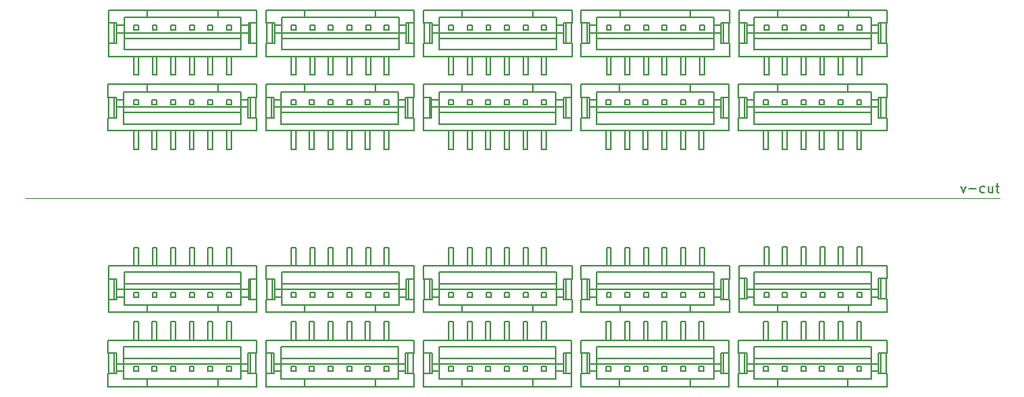
<source format=gbr>
%TF.GenerationSoftware,KiCad,Pcbnew,(6.0.0-rc1-392-g84e0feeee6)*%
%TF.CreationDate,2021-12-27T23:55:29+07:00*%
%TF.ProjectId,Ambino Fan HUB CH552G_Pannelize,416d6269-6e6f-4204-9661-6e2048554220,rev?*%
%TF.SameCoordinates,Original*%
%TF.FileFunction,Other,Comment*%
%FSLAX46Y46*%
G04 Gerber Fmt 4.6, Leading zero omitted, Abs format (unit mm)*
G04 Created by KiCad (PCBNEW (6.0.0-rc1-392-g84e0feeee6)) date 2021-12-27 23:55:29*
%MOMM*%
%LPD*%
G01*
G04 APERTURE LIST*
%ADD10C,0.100000*%
%ADD11C,0.150000*%
%ADD12C,0.200000*%
G04 APERTURE END LIST*
D10*
X83080000Y-91340000D02*
X187930000Y-91320000D01*
D11*
X183786190Y-90065714D02*
X184024285Y-90732380D01*
X184262380Y-90065714D01*
X184643333Y-90351428D02*
X185405238Y-90351428D01*
X186310000Y-90684761D02*
X186214761Y-90732380D01*
X186024285Y-90732380D01*
X185929047Y-90684761D01*
X185881428Y-90637142D01*
X185833809Y-90541904D01*
X185833809Y-90256190D01*
X185881428Y-90160952D01*
X185929047Y-90113333D01*
X186024285Y-90065714D01*
X186214761Y-90065714D01*
X186310000Y-90113333D01*
X187167142Y-90065714D02*
X187167142Y-90732380D01*
X186738571Y-90065714D02*
X186738571Y-90589523D01*
X186786190Y-90684761D01*
X186881428Y-90732380D01*
X187024285Y-90732380D01*
X187119523Y-90684761D01*
X187167142Y-90637142D01*
X187500476Y-90065714D02*
X187881428Y-90065714D01*
X187643333Y-89732380D02*
X187643333Y-90589523D01*
X187690952Y-90684761D01*
X187786190Y-90732380D01*
X187881428Y-90732380D01*
D12*
%TO.C,J5*%
X165068750Y-86060000D02*
X164568750Y-86060000D01*
X159843750Y-84060001D02*
X159843750Y-82660001D01*
X171618749Y-79060000D02*
X164018749Y-79060000D01*
X174893749Y-81510000D02*
X174893749Y-82660000D01*
X163068750Y-84060000D02*
X163068750Y-86060000D01*
X175143749Y-82660000D02*
X175143749Y-80460000D01*
X164018749Y-79860000D02*
X161518749Y-79860000D01*
X173068750Y-84060000D02*
X173068750Y-86060000D01*
X159843750Y-82660001D02*
X160743749Y-82660000D01*
X173068749Y-81210000D02*
X173068749Y-80710000D01*
X161518749Y-83360000D02*
X161518749Y-81510000D01*
X174118749Y-80710000D02*
X174118749Y-79860000D01*
X169068749Y-80710000D02*
X168568749Y-80710000D01*
X166568749Y-80710000D02*
X166568749Y-81210000D01*
X174118749Y-83360000D02*
X161518749Y-83360000D01*
X174118749Y-81510000D02*
X174893749Y-81510000D01*
X171618749Y-79860000D02*
X164018749Y-79860000D01*
X171068749Y-81210000D02*
X171068749Y-80710000D01*
X160743749Y-80710000D02*
X160743749Y-81510001D01*
X174893749Y-80460000D02*
X174893749Y-80710000D01*
X169068750Y-86060000D02*
X168568750Y-86060000D01*
X173068749Y-80710000D02*
X172568749Y-80710000D01*
X172568750Y-84060000D02*
X172568750Y-86060000D01*
X170568749Y-80710000D02*
X170568749Y-81210000D01*
X159893749Y-82660001D02*
X159893749Y-80460001D01*
X171068750Y-86060000D02*
X170568750Y-86060000D01*
X162568750Y-84060000D02*
X162568750Y-86060000D01*
X173068750Y-86060000D02*
X172568750Y-86060000D01*
X164018749Y-79060000D02*
X164018749Y-79860000D01*
X160743749Y-81510001D02*
X161518749Y-81510000D01*
X174893749Y-82660000D02*
X175793749Y-82660000D01*
X168568750Y-84060000D02*
X168568750Y-86060000D01*
X174118749Y-79860000D02*
X171618749Y-79860000D01*
X165068750Y-84060000D02*
X165068750Y-86060000D01*
X175793749Y-80460000D02*
X175793749Y-79060000D01*
X167068749Y-81210000D02*
X167068749Y-80710000D01*
X169068750Y-84060000D02*
X169068750Y-86060000D01*
X168568749Y-80710000D02*
X168568749Y-81210000D01*
X163068749Y-80710000D02*
X162568749Y-80710000D01*
X164568750Y-84060000D02*
X164568750Y-86060000D01*
X166568750Y-84060000D02*
X166568750Y-86060000D01*
X160743749Y-80710000D02*
X161518749Y-80710000D01*
X171068750Y-84060000D02*
X171068750Y-86060000D01*
X174118749Y-82110000D02*
X161518749Y-82110001D01*
X175793749Y-84060000D02*
X175793749Y-82660000D01*
X174893749Y-81510000D02*
X174893749Y-80710000D01*
X160743749Y-80460001D02*
X159843750Y-80460001D01*
X169068749Y-81210000D02*
X169068749Y-80710000D01*
X160493749Y-82660001D02*
X160493749Y-80460001D01*
X159843750Y-84060001D02*
X175793750Y-84060000D01*
X170568749Y-81210000D02*
X171068749Y-81210000D01*
X159843750Y-80460001D02*
X159843750Y-79060001D01*
X161518749Y-81510000D02*
X161518749Y-80710000D01*
X166568749Y-81210000D02*
X167068749Y-81210000D01*
X171068749Y-80710000D02*
X170568749Y-80710000D01*
X175743749Y-82660000D02*
X175743749Y-80460000D01*
X160743749Y-82660000D02*
X160743749Y-81510001D01*
X164568749Y-81210000D02*
X165068749Y-81210000D01*
X174118749Y-80710000D02*
X174893749Y-80710000D01*
X167068750Y-86060000D02*
X166568750Y-86060000D01*
X167068749Y-80710000D02*
X166568749Y-80710000D01*
X168568749Y-81210000D02*
X169068749Y-81210000D01*
X171618749Y-79860000D02*
X171618749Y-79060000D01*
X172568749Y-80710000D02*
X172568749Y-81210000D01*
X159843750Y-79060001D02*
X164018749Y-79060000D01*
X165068749Y-80710000D02*
X164568749Y-80710000D01*
X164568749Y-80710000D02*
X164568749Y-81210000D01*
X160743749Y-80710000D02*
X160743749Y-80460001D01*
X161518749Y-80710000D02*
X161518749Y-79860000D01*
X174118749Y-81510000D02*
X174118749Y-80710000D01*
X167068750Y-84060000D02*
X167068750Y-86060000D01*
X172568749Y-81210000D02*
X173068749Y-81210000D01*
X174118749Y-83360000D02*
X174118749Y-81510000D01*
X175793749Y-80460000D02*
X174893749Y-80460000D01*
X163068750Y-86060000D02*
X162568750Y-86060000D01*
X171618749Y-79060000D02*
X175793749Y-79060000D01*
X170568750Y-84060000D02*
X170568750Y-86060000D01*
X163068749Y-81210000D02*
X163068749Y-80710000D01*
X162568749Y-80710000D02*
X162568749Y-81210000D01*
X165068749Y-81210000D02*
X165068749Y-80710000D01*
X162568749Y-81210000D02*
X163068749Y-81210000D01*
X174118749Y-81510000D02*
X161518749Y-81510000D01*
%TO.C,J6*%
X154118749Y-80710000D02*
X153618749Y-80710000D01*
X142893750Y-82660001D02*
X143793749Y-82660000D01*
X144568749Y-83360000D02*
X144568749Y-81510000D01*
X143793749Y-80460001D02*
X142893750Y-80460001D01*
X145618749Y-80710000D02*
X145618749Y-81210000D01*
X146118750Y-84060000D02*
X146118750Y-86060000D01*
X151618749Y-80710000D02*
X151618749Y-81210000D01*
X156118750Y-84060000D02*
X156118750Y-86060000D01*
X148118749Y-80710000D02*
X147618749Y-80710000D01*
X147068749Y-79860000D02*
X144568749Y-79860000D01*
X143543749Y-82660001D02*
X143543749Y-80460001D01*
X154118750Y-84060000D02*
X154118750Y-86060000D01*
X155618749Y-81210000D02*
X156118749Y-81210000D01*
X153618750Y-84060000D02*
X153618750Y-86060000D01*
X154668749Y-79860000D02*
X147068749Y-79860000D01*
X157168749Y-79860000D02*
X154668749Y-79860000D01*
X142893750Y-79060001D02*
X147068749Y-79060000D01*
X143793749Y-81510001D02*
X144568749Y-81510000D01*
X142943749Y-82660001D02*
X142943749Y-80460001D01*
X157943749Y-82660000D02*
X158843749Y-82660000D01*
X152118750Y-86060000D02*
X151618750Y-86060000D01*
X144568749Y-81510000D02*
X144568749Y-80710000D01*
X147618749Y-81210000D02*
X148118749Y-81210000D01*
X154668749Y-79860000D02*
X154668749Y-79060000D01*
X145618750Y-84060000D02*
X145618750Y-86060000D01*
X152118749Y-80710000D02*
X151618749Y-80710000D01*
X144568749Y-80710000D02*
X144568749Y-79860000D01*
X150118750Y-86060000D02*
X149618750Y-86060000D01*
X156118749Y-81210000D02*
X156118749Y-80710000D01*
X152118749Y-81210000D02*
X152118749Y-80710000D01*
X157168749Y-80710000D02*
X157168749Y-79860000D01*
X149618749Y-81210000D02*
X150118749Y-81210000D01*
X157943749Y-80460000D02*
X157943749Y-80710000D01*
X150118749Y-80710000D02*
X149618749Y-80710000D01*
X158193749Y-82660000D02*
X158193749Y-80460000D01*
X143793749Y-82660000D02*
X143793749Y-81510001D01*
X150118750Y-84060000D02*
X150118750Y-86060000D01*
X154668749Y-79060000D02*
X147068749Y-79060000D01*
X157168749Y-81510000D02*
X144568749Y-81510000D01*
X154668749Y-79060000D02*
X158843749Y-79060000D01*
X158793749Y-82660000D02*
X158793749Y-80460000D01*
X151618749Y-81210000D02*
X152118749Y-81210000D01*
X148118750Y-86060000D02*
X147618750Y-86060000D01*
X148118749Y-81210000D02*
X148118749Y-80710000D01*
X157168749Y-81510000D02*
X157168749Y-80710000D01*
X157168749Y-82110000D02*
X144568749Y-82110001D01*
X143793749Y-80710000D02*
X143793749Y-81510001D01*
X157168749Y-83360000D02*
X157168749Y-81510000D01*
X153618749Y-81210000D02*
X154118749Y-81210000D01*
X149618749Y-80710000D02*
X149618749Y-81210000D01*
X142893750Y-80460001D02*
X142893750Y-79060001D01*
X153618749Y-80710000D02*
X153618749Y-81210000D01*
X157168749Y-83360000D02*
X144568749Y-83360000D01*
X142893750Y-84060001D02*
X158843750Y-84060000D01*
X148118750Y-84060000D02*
X148118750Y-86060000D01*
X151618750Y-84060000D02*
X151618750Y-86060000D01*
X145618749Y-81210000D02*
X146118749Y-81210000D01*
X156118750Y-86060000D02*
X155618750Y-86060000D01*
X142893750Y-84060001D02*
X142893750Y-82660001D01*
X146118749Y-81210000D02*
X146118749Y-80710000D01*
X152118750Y-84060000D02*
X152118750Y-86060000D01*
X143793749Y-80710000D02*
X143793749Y-80460001D01*
X146118750Y-86060000D02*
X145618750Y-86060000D01*
X158843749Y-84060000D02*
X158843749Y-82660000D01*
X155618750Y-84060000D02*
X155618750Y-86060000D01*
X154118750Y-86060000D02*
X153618750Y-86060000D01*
X155618749Y-80710000D02*
X155618749Y-81210000D01*
X147068749Y-79060000D02*
X147068749Y-79860000D01*
X156118749Y-80710000D02*
X155618749Y-80710000D01*
X149618750Y-84060000D02*
X149618750Y-86060000D01*
X150118749Y-81210000D02*
X150118749Y-80710000D01*
X147618750Y-84060000D02*
X147618750Y-86060000D01*
X143793749Y-80710000D02*
X144568749Y-80710000D01*
X154118749Y-81210000D02*
X154118749Y-80710000D01*
X157943749Y-81510000D02*
X157943749Y-82660000D01*
X147618749Y-80710000D02*
X147618749Y-81210000D01*
X146118749Y-80710000D02*
X145618749Y-80710000D01*
X158843749Y-80460000D02*
X157943749Y-80460000D01*
X157943749Y-81510000D02*
X157943749Y-80710000D01*
X157168749Y-81510000D02*
X157943749Y-81510000D01*
X157168749Y-80710000D02*
X157943749Y-80710000D01*
X158843749Y-80460000D02*
X158843749Y-79060000D01*
%TO.C,J7*%
X141893749Y-80460000D02*
X141893749Y-79060000D01*
X138668750Y-84060000D02*
X138668750Y-86060000D01*
X140218749Y-83360000D02*
X140218749Y-81510000D01*
X140218749Y-80710000D02*
X140218749Y-79860000D01*
X137718749Y-79060000D02*
X130118749Y-79060000D01*
X131168750Y-86060000D02*
X130668750Y-86060000D01*
X137168749Y-80710000D02*
X136668749Y-80710000D01*
X127618749Y-80710000D02*
X127618749Y-79860000D01*
X125993749Y-82660001D02*
X125993749Y-80460001D01*
X140218749Y-83360000D02*
X127618749Y-83360000D01*
X126843749Y-80460001D02*
X125943750Y-80460001D01*
X137168750Y-84060000D02*
X137168750Y-86060000D01*
X130668750Y-84060000D02*
X130668750Y-86060000D01*
X126843749Y-80710000D02*
X126843749Y-80460001D01*
X134668749Y-81210000D02*
X135168749Y-81210000D01*
X140993749Y-81510000D02*
X140993749Y-82660000D01*
X128668749Y-80710000D02*
X128668749Y-81210000D01*
X126843749Y-81510001D02*
X127618749Y-81510000D01*
X134668749Y-80710000D02*
X134668749Y-81210000D01*
X130668749Y-81210000D02*
X131168749Y-81210000D01*
X136668750Y-84060000D02*
X136668750Y-86060000D01*
X126593749Y-82660001D02*
X126593749Y-80460001D01*
X125943750Y-82660001D02*
X126843749Y-82660000D01*
X131168749Y-80710000D02*
X130668749Y-80710000D01*
X131168749Y-81210000D02*
X131168749Y-80710000D01*
X129168749Y-81210000D02*
X129168749Y-80710000D01*
X133168749Y-81210000D02*
X133168749Y-80710000D01*
X125943750Y-79060001D02*
X130118749Y-79060000D01*
X132668750Y-84060000D02*
X132668750Y-86060000D01*
X135168750Y-84060000D02*
X135168750Y-86060000D01*
X139168749Y-80710000D02*
X138668749Y-80710000D01*
X139168750Y-84060000D02*
X139168750Y-86060000D01*
X132668749Y-80710000D02*
X132668749Y-81210000D01*
X127618749Y-81510000D02*
X127618749Y-80710000D01*
X139168750Y-86060000D02*
X138668750Y-86060000D01*
X130668749Y-80710000D02*
X130668749Y-81210000D01*
X133168749Y-80710000D02*
X132668749Y-80710000D01*
X137168749Y-81210000D02*
X137168749Y-80710000D01*
X131168750Y-84060000D02*
X131168750Y-86060000D01*
X139168749Y-81210000D02*
X139168749Y-80710000D01*
X132668749Y-81210000D02*
X133168749Y-81210000D01*
X140218749Y-81510000D02*
X140993749Y-81510000D01*
X141893749Y-84060000D02*
X141893749Y-82660000D01*
X129168750Y-86060000D02*
X128668750Y-86060000D01*
X128668749Y-81210000D02*
X129168749Y-81210000D01*
X140218749Y-79860000D02*
X137718749Y-79860000D01*
X140218749Y-81510000D02*
X127618749Y-81510000D01*
X125943750Y-84060001D02*
X141893750Y-84060000D01*
X127618749Y-83360000D02*
X127618749Y-81510000D01*
X140218749Y-80710000D02*
X140993749Y-80710000D01*
X137718749Y-79860000D02*
X130118749Y-79860000D01*
X126843749Y-80710000D02*
X126843749Y-81510001D01*
X125943750Y-84060001D02*
X125943750Y-82660001D01*
X141893749Y-80460000D02*
X140993749Y-80460000D01*
X126843749Y-82660000D02*
X126843749Y-81510001D01*
X134668750Y-84060000D02*
X134668750Y-86060000D01*
X129168749Y-80710000D02*
X128668749Y-80710000D01*
X140993749Y-81510000D02*
X140993749Y-80710000D01*
X129168750Y-84060000D02*
X129168750Y-86060000D01*
X141243749Y-82660000D02*
X141243749Y-80460000D01*
X126843749Y-80710000D02*
X127618749Y-80710000D01*
X137718749Y-79860000D02*
X137718749Y-79060000D01*
X136668749Y-80710000D02*
X136668749Y-81210000D01*
X130118749Y-79860000D02*
X127618749Y-79860000D01*
X135168750Y-86060000D02*
X134668750Y-86060000D01*
X140993749Y-82660000D02*
X141893749Y-82660000D01*
X135168749Y-81210000D02*
X135168749Y-80710000D01*
X137718749Y-79060000D02*
X141893749Y-79060000D01*
X138668749Y-81210000D02*
X139168749Y-81210000D01*
X138668749Y-80710000D02*
X138668749Y-81210000D01*
X136668749Y-81210000D02*
X137168749Y-81210000D01*
X125943750Y-80460001D02*
X125943750Y-79060001D01*
X137168750Y-86060000D02*
X136668750Y-86060000D01*
X133168750Y-84060000D02*
X133168750Y-86060000D01*
X128668750Y-84060000D02*
X128668750Y-86060000D01*
X140218749Y-81510000D02*
X140218749Y-80710000D01*
X140993749Y-80460000D02*
X140993749Y-80710000D01*
X133168750Y-86060000D02*
X132668750Y-86060000D01*
X140218749Y-82110000D02*
X127618749Y-82110001D01*
X141843749Y-82660000D02*
X141843749Y-80460000D01*
X135168749Y-80710000D02*
X134668749Y-80710000D01*
X130118749Y-79060000D02*
X130118749Y-79860000D01*
%TO.C,J8*%
X123268749Y-82110000D02*
X110668749Y-82110001D01*
X108993750Y-79060001D02*
X113168749Y-79060000D01*
X120768749Y-79060000D02*
X124943749Y-79060000D01*
X115718749Y-81210000D02*
X116218749Y-81210000D01*
X124943749Y-84060000D02*
X124943749Y-82660000D01*
X124043749Y-80460000D02*
X124043749Y-80710000D01*
X124943749Y-80460000D02*
X124043749Y-80460000D01*
X117718749Y-80710000D02*
X117718749Y-81210000D01*
X112218750Y-86060000D02*
X111718750Y-86060000D01*
X123268749Y-81510000D02*
X123268749Y-80710000D01*
X108993750Y-80460001D02*
X108993750Y-79060001D01*
X113168749Y-79860000D02*
X110668749Y-79860000D01*
X124043749Y-82660000D02*
X124943749Y-82660000D01*
X109643749Y-82660001D02*
X109643749Y-80460001D01*
X124893749Y-82660000D02*
X124893749Y-80460000D01*
X121718749Y-80710000D02*
X121718749Y-81210000D01*
X110668749Y-80710000D02*
X110668749Y-79860000D01*
X123268749Y-81510000D02*
X124043749Y-81510000D01*
X124293749Y-82660000D02*
X124293749Y-80460000D01*
X108993750Y-84060001D02*
X124943750Y-84060000D01*
X114218750Y-84060000D02*
X114218750Y-86060000D01*
X114218749Y-80710000D02*
X113718749Y-80710000D01*
X118218750Y-84060000D02*
X118218750Y-86060000D01*
X124943749Y-80460000D02*
X124943749Y-79060000D01*
X124043749Y-81510000D02*
X124043749Y-80710000D01*
X120768749Y-79860000D02*
X120768749Y-79060000D01*
X116218750Y-84060000D02*
X116218750Y-86060000D01*
X109893749Y-80460001D02*
X108993750Y-80460001D01*
X109043749Y-82660001D02*
X109043749Y-80460001D01*
X119718749Y-80710000D02*
X119718749Y-81210000D01*
X116218750Y-86060000D02*
X115718750Y-86060000D01*
X114218750Y-86060000D02*
X113718750Y-86060000D01*
X117718749Y-81210000D02*
X118218749Y-81210000D01*
X118218749Y-81210000D02*
X118218749Y-80710000D01*
X118218749Y-80710000D02*
X117718749Y-80710000D01*
X122218749Y-80710000D02*
X121718749Y-80710000D01*
X116218749Y-81210000D02*
X116218749Y-80710000D01*
X121718749Y-81210000D02*
X122218749Y-81210000D01*
X118218750Y-86060000D02*
X117718750Y-86060000D01*
X119718750Y-84060000D02*
X119718750Y-86060000D01*
X110668749Y-81510000D02*
X110668749Y-80710000D01*
X120768749Y-79060000D02*
X113168749Y-79060000D01*
X110668749Y-83360000D02*
X110668749Y-81510000D01*
X112218750Y-84060000D02*
X112218750Y-86060000D01*
X112218749Y-80710000D02*
X111718749Y-80710000D01*
X120218750Y-84060000D02*
X120218750Y-86060000D01*
X123268749Y-81510000D02*
X110668749Y-81510000D01*
X115718750Y-84060000D02*
X115718750Y-86060000D01*
X120218749Y-81210000D02*
X120218749Y-80710000D01*
X122218749Y-81210000D02*
X122218749Y-80710000D01*
X111718749Y-80710000D02*
X111718749Y-81210000D01*
X119718749Y-81210000D02*
X120218749Y-81210000D01*
X120218750Y-86060000D02*
X119718750Y-86060000D01*
X109893749Y-80710000D02*
X109893749Y-81510001D01*
X116218749Y-80710000D02*
X115718749Y-80710000D01*
X113168749Y-79060000D02*
X113168749Y-79860000D01*
X108993750Y-84060001D02*
X108993750Y-82660001D01*
X123268749Y-83360000D02*
X123268749Y-81510000D01*
X113718750Y-84060000D02*
X113718750Y-86060000D01*
X111718750Y-84060000D02*
X111718750Y-86060000D01*
X108993750Y-82660001D02*
X109893749Y-82660000D01*
X122218750Y-86060000D02*
X121718750Y-86060000D01*
X121718750Y-84060000D02*
X121718750Y-86060000D01*
X120218749Y-80710000D02*
X119718749Y-80710000D01*
X123268749Y-80710000D02*
X123268749Y-79860000D01*
X109893749Y-80710000D02*
X109893749Y-80460001D01*
X122218750Y-84060000D02*
X122218750Y-86060000D01*
X109893749Y-80710000D02*
X110668749Y-80710000D01*
X115718749Y-80710000D02*
X115718749Y-81210000D01*
X124043749Y-81510000D02*
X124043749Y-82660000D01*
X114218749Y-81210000D02*
X114218749Y-80710000D01*
X123268749Y-80710000D02*
X124043749Y-80710000D01*
X117718750Y-84060000D02*
X117718750Y-86060000D01*
X109893749Y-82660000D02*
X109893749Y-81510001D01*
X123268749Y-79860000D02*
X120768749Y-79860000D01*
X109893749Y-81510001D02*
X110668749Y-81510000D01*
X120768749Y-79860000D02*
X113168749Y-79860000D01*
X111718749Y-81210000D02*
X112218749Y-81210000D01*
X113718749Y-81210000D02*
X114218749Y-81210000D01*
X112218749Y-81210000D02*
X112218749Y-80710000D01*
X123268749Y-83360000D02*
X110668749Y-83360000D01*
X113718749Y-80710000D02*
X113718749Y-81210000D01*
%TO.C,J9*%
X96768749Y-81235000D02*
X97268749Y-81235000D01*
X102768750Y-84085000D02*
X102768750Y-86085000D01*
X97268749Y-80735000D02*
X96768749Y-80735000D01*
X106318749Y-81535000D02*
X93718749Y-81535000D01*
X95268749Y-80735000D02*
X94768749Y-80735000D01*
X92093749Y-82685001D02*
X92093749Y-80485001D01*
X92043750Y-82685001D02*
X92943749Y-82685000D01*
X92943749Y-80735000D02*
X92943749Y-80485001D01*
X103268749Y-81235000D02*
X103268749Y-80735000D01*
X103818749Y-79885000D02*
X103818749Y-79085000D01*
X106318749Y-81535000D02*
X106318749Y-80735000D01*
X92043750Y-80485001D02*
X92043750Y-79085001D01*
X103818749Y-79085000D02*
X96218749Y-79085000D01*
X96768749Y-80735000D02*
X96768749Y-81235000D01*
X107943749Y-82685000D02*
X107943749Y-80485000D01*
X101268750Y-84085000D02*
X101268750Y-86085000D01*
X107993749Y-84085000D02*
X107993749Y-82685000D01*
X102768749Y-81235000D02*
X103268749Y-81235000D01*
X101268750Y-86085000D02*
X100768750Y-86085000D01*
X96218749Y-79885000D02*
X93718749Y-79885000D01*
X92943749Y-80485001D02*
X92043750Y-80485001D01*
X96768750Y-84085000D02*
X96768750Y-86085000D01*
X97268750Y-86085000D02*
X96768750Y-86085000D01*
X93718749Y-83385000D02*
X93718749Y-81535000D01*
X105268750Y-84085000D02*
X105268750Y-86085000D01*
X94768749Y-81235000D02*
X95268749Y-81235000D01*
X93718749Y-80735000D02*
X93718749Y-79885000D01*
X93718749Y-81535000D02*
X93718749Y-80735000D01*
X103818749Y-79085000D02*
X107993749Y-79085000D01*
X97268750Y-84085000D02*
X97268750Y-86085000D01*
X106318749Y-80735000D02*
X106318749Y-79885000D01*
X92043750Y-84085001D02*
X107993750Y-84085000D01*
X107093749Y-81535000D02*
X107093749Y-80735000D01*
X96218749Y-79085000D02*
X96218749Y-79885000D01*
X107093749Y-82685000D02*
X107993749Y-82685000D01*
X99268750Y-86085000D02*
X98768750Y-86085000D01*
X103268750Y-84085000D02*
X103268750Y-86085000D01*
X100768749Y-81235000D02*
X101268749Y-81235000D01*
X106318749Y-83385000D02*
X93718749Y-83385000D01*
X92043750Y-79085001D02*
X96218749Y-79085000D01*
X106318749Y-79885000D02*
X103818749Y-79885000D01*
X106318749Y-81535000D02*
X107093749Y-81535000D01*
X99268749Y-80735000D02*
X98768749Y-80735000D01*
X99268749Y-81235000D02*
X99268749Y-80735000D01*
X100768749Y-80735000D02*
X100768749Y-81235000D01*
X92043750Y-84085001D02*
X92043750Y-82685001D01*
X92943749Y-80735000D02*
X93718749Y-80735000D01*
X99268750Y-84085000D02*
X99268750Y-86085000D01*
X104768749Y-81235000D02*
X105268749Y-81235000D01*
X94768749Y-80735000D02*
X94768749Y-81235000D01*
X92943749Y-82685000D02*
X92943749Y-81535001D01*
X107993749Y-80485000D02*
X107093749Y-80485000D01*
X95268750Y-86085000D02*
X94768750Y-86085000D01*
X100768750Y-84085000D02*
X100768750Y-86085000D01*
X102768749Y-80735000D02*
X102768749Y-81235000D01*
X103818749Y-79885000D02*
X96218749Y-79885000D01*
X98768750Y-84085000D02*
X98768750Y-86085000D01*
X97268749Y-81235000D02*
X97268749Y-80735000D01*
X107093749Y-80485000D02*
X107093749Y-80735000D01*
X95268749Y-81235000D02*
X95268749Y-80735000D01*
X104768750Y-84085000D02*
X104768750Y-86085000D01*
X106318749Y-83385000D02*
X106318749Y-81535000D01*
X107093749Y-81535000D02*
X107093749Y-82685000D01*
X105268749Y-81235000D02*
X105268749Y-80735000D01*
X105268749Y-80735000D02*
X104768749Y-80735000D01*
X107343749Y-82685000D02*
X107343749Y-80485000D01*
X101268749Y-81235000D02*
X101268749Y-80735000D01*
X98768749Y-80735000D02*
X98768749Y-81235000D01*
X92943749Y-80735000D02*
X92943749Y-81535001D01*
X94768750Y-84085000D02*
X94768750Y-86085000D01*
X101268749Y-80735000D02*
X100768749Y-80735000D01*
X95268750Y-84085000D02*
X95268750Y-86085000D01*
X106318749Y-82135000D02*
X93718749Y-82135001D01*
X103268750Y-86085000D02*
X102768750Y-86085000D01*
X107993749Y-80485000D02*
X107993749Y-79085000D01*
X92693749Y-82685001D02*
X92693749Y-80485001D01*
X92943749Y-81535001D02*
X93718749Y-81535000D01*
X106318749Y-80735000D02*
X107093749Y-80735000D01*
X98768749Y-81235000D02*
X99268749Y-81235000D01*
X104768749Y-80735000D02*
X104768749Y-81235000D01*
X105268750Y-86085000D02*
X104768750Y-86085000D01*
X103268749Y-80735000D02*
X102768749Y-80735000D01*
%TO.C,J10*%
X103293749Y-72710000D02*
X102793749Y-72710000D01*
X106343749Y-75360000D02*
X106343749Y-73510000D01*
X92968749Y-72460001D02*
X92068750Y-72460001D01*
X93743749Y-75360000D02*
X93743749Y-73510000D01*
X92968749Y-72710000D02*
X92968749Y-72460001D01*
X99293749Y-72710000D02*
X98793749Y-72710000D01*
X95293750Y-76060000D02*
X95293750Y-78060000D01*
X92968749Y-74660000D02*
X92968749Y-73510001D01*
X101293750Y-76060000D02*
X101293750Y-78060000D01*
X92968749Y-72710000D02*
X92968749Y-73510001D01*
X107118749Y-74660000D02*
X108018749Y-74660000D01*
X107118749Y-72460000D02*
X107118749Y-72710000D01*
X103843749Y-71060000D02*
X96243749Y-71060000D01*
X108018749Y-72460000D02*
X108018749Y-71060000D01*
X92068750Y-71060001D02*
X96243749Y-71060000D01*
X92118749Y-74660001D02*
X92118749Y-72460001D01*
X106343749Y-74110000D02*
X93743749Y-74110001D01*
X103843749Y-71060000D02*
X108018749Y-71060000D01*
X104793749Y-73210000D02*
X105293749Y-73210000D01*
X102793750Y-76060000D02*
X102793750Y-78060000D01*
X108018749Y-72460000D02*
X107118749Y-72460000D01*
X92068750Y-74660001D02*
X92968749Y-74660000D01*
X106343749Y-72710000D02*
X107118749Y-72710000D01*
X94793749Y-72710000D02*
X94793749Y-73210000D01*
X93743749Y-73510000D02*
X93743749Y-72710000D01*
X96243749Y-71060000D02*
X96243749Y-71860000D01*
X104793750Y-76060000D02*
X104793750Y-78060000D01*
X92068750Y-76060001D02*
X108018750Y-76060000D01*
X100793749Y-73210000D02*
X101293749Y-73210000D01*
X94793749Y-73210000D02*
X95293749Y-73210000D01*
X93743749Y-72710000D02*
X93743749Y-71860000D01*
X105293749Y-73210000D02*
X105293749Y-72710000D01*
X105293750Y-76060000D02*
X105293750Y-78060000D01*
X99293750Y-76060000D02*
X99293750Y-78060000D01*
X92718749Y-74660001D02*
X92718749Y-72460001D01*
X108018749Y-76060000D02*
X108018749Y-74660000D01*
X95293749Y-72710000D02*
X94793749Y-72710000D01*
X100793749Y-72710000D02*
X100793749Y-73210000D01*
X106343749Y-75360000D02*
X93743749Y-75360000D01*
X98793749Y-73210000D02*
X99293749Y-73210000D01*
X107968749Y-74660000D02*
X107968749Y-72460000D01*
X96793750Y-76060000D02*
X96793750Y-78060000D01*
X95293750Y-78060000D02*
X94793750Y-78060000D01*
X94793750Y-76060000D02*
X94793750Y-78060000D01*
X101293749Y-72710000D02*
X100793749Y-72710000D01*
X102793749Y-73210000D02*
X103293749Y-73210000D01*
X92068750Y-72460001D02*
X92068750Y-71060001D01*
X103293750Y-78060000D02*
X102793750Y-78060000D01*
X100793750Y-76060000D02*
X100793750Y-78060000D01*
X99293749Y-73210000D02*
X99293749Y-72710000D01*
X105293749Y-72710000D02*
X104793749Y-72710000D01*
X106343749Y-71860000D02*
X103843749Y-71860000D01*
X96793749Y-72710000D02*
X96793749Y-73210000D01*
X106343749Y-73510000D02*
X107118749Y-73510000D01*
X106343749Y-73510000D02*
X93743749Y-73510000D01*
X97293749Y-72710000D02*
X96793749Y-72710000D01*
X101293750Y-78060000D02*
X100793750Y-78060000D01*
X96243749Y-71860000D02*
X93743749Y-71860000D01*
X96793749Y-73210000D02*
X97293749Y-73210000D01*
X106343749Y-72710000D02*
X106343749Y-71860000D01*
X92968749Y-73510001D02*
X93743749Y-73510000D01*
X99293750Y-78060000D02*
X98793750Y-78060000D01*
X103843749Y-71860000D02*
X96243749Y-71860000D01*
X97293749Y-73210000D02*
X97293749Y-72710000D01*
X105293750Y-78060000D02*
X104793750Y-78060000D01*
X104793749Y-72710000D02*
X104793749Y-73210000D01*
X101293749Y-73210000D02*
X101293749Y-72710000D01*
X97293750Y-76060000D02*
X97293750Y-78060000D01*
X103843749Y-71860000D02*
X103843749Y-71060000D01*
X106343749Y-73510000D02*
X106343749Y-72710000D01*
X92068750Y-76060001D02*
X92068750Y-74660001D01*
X103293750Y-76060000D02*
X103293750Y-78060000D01*
X103293749Y-73210000D02*
X103293749Y-72710000D01*
X92968749Y-72710000D02*
X93743749Y-72710000D01*
X107118749Y-73510000D02*
X107118749Y-72710000D01*
X98793750Y-76060000D02*
X98793750Y-78060000D01*
X98793749Y-72710000D02*
X98793749Y-73210000D01*
X97293750Y-78060000D02*
X96793750Y-78060000D01*
X95293749Y-73210000D02*
X95293749Y-72710000D01*
X107118749Y-73510000D02*
X107118749Y-74660000D01*
X102793749Y-72710000D02*
X102793749Y-73210000D01*
X107368749Y-74660000D02*
X107368749Y-72460000D01*
%TO.C,J11*%
X120243749Y-73210000D02*
X120243749Y-72710000D01*
X123293749Y-72710000D02*
X123293749Y-71860000D01*
X117743750Y-76060000D02*
X117743750Y-78060000D01*
X112243749Y-72710000D02*
X111743749Y-72710000D01*
X120793749Y-71060000D02*
X124968749Y-71060000D01*
X109918749Y-73510001D02*
X110693749Y-73510000D01*
X124068749Y-73510000D02*
X124068749Y-74660000D01*
X120793749Y-71860000D02*
X113193749Y-71860000D01*
X111743750Y-76060000D02*
X111743750Y-78060000D01*
X124068749Y-72460000D02*
X124068749Y-72710000D01*
X110693749Y-75360000D02*
X110693749Y-73510000D01*
X109918749Y-72710000D02*
X109918749Y-73510001D01*
X123293749Y-72710000D02*
X124068749Y-72710000D01*
X120793749Y-71860000D02*
X120793749Y-71060000D01*
X109918749Y-72710000D02*
X110693749Y-72710000D01*
X114243750Y-76060000D02*
X114243750Y-78060000D01*
X124318749Y-74660000D02*
X124318749Y-72460000D01*
X109018750Y-71060001D02*
X113193749Y-71060000D01*
X116243750Y-78060000D02*
X115743750Y-78060000D01*
X109918749Y-72460001D02*
X109018750Y-72460001D01*
X120243749Y-72710000D02*
X119743749Y-72710000D01*
X118243749Y-72710000D02*
X117743749Y-72710000D01*
X119743749Y-72710000D02*
X119743749Y-73210000D01*
X109668749Y-74660001D02*
X109668749Y-72460001D01*
X124068749Y-73510000D02*
X124068749Y-72710000D01*
X109918749Y-74660000D02*
X109918749Y-73510001D01*
X113193749Y-71860000D02*
X110693749Y-71860000D01*
X113743750Y-76060000D02*
X113743750Y-78060000D01*
X115743750Y-76060000D02*
X115743750Y-78060000D01*
X124968749Y-72460000D02*
X124968749Y-71060000D01*
X123293749Y-75360000D02*
X123293749Y-73510000D01*
X110693749Y-73510000D02*
X110693749Y-72710000D01*
X124968749Y-76060000D02*
X124968749Y-74660000D01*
X117743749Y-73210000D02*
X118243749Y-73210000D01*
X118243750Y-76060000D02*
X118243750Y-78060000D01*
X122243749Y-72710000D02*
X121743749Y-72710000D01*
X111743749Y-72710000D02*
X111743749Y-73210000D01*
X109018750Y-72460001D02*
X109018750Y-71060001D01*
X115743749Y-73210000D02*
X116243749Y-73210000D01*
X117743749Y-72710000D02*
X117743749Y-73210000D01*
X109018750Y-74660001D02*
X109918749Y-74660000D01*
X112243750Y-76060000D02*
X112243750Y-78060000D01*
X109018750Y-76060001D02*
X109018750Y-74660001D01*
X124918749Y-74660000D02*
X124918749Y-72460000D01*
X119743749Y-73210000D02*
X120243749Y-73210000D01*
X116243749Y-72710000D02*
X115743749Y-72710000D01*
X120793749Y-71060000D02*
X113193749Y-71060000D01*
X112243750Y-78060000D02*
X111743750Y-78060000D01*
X123293749Y-75360000D02*
X110693749Y-75360000D01*
X113743749Y-73210000D02*
X114243749Y-73210000D01*
X114243749Y-73210000D02*
X114243749Y-72710000D01*
X120243750Y-76060000D02*
X120243750Y-78060000D01*
X119743750Y-76060000D02*
X119743750Y-78060000D01*
X118243750Y-78060000D02*
X117743750Y-78060000D01*
X121743750Y-76060000D02*
X121743750Y-78060000D01*
X114243750Y-78060000D02*
X113743750Y-78060000D01*
X110693749Y-72710000D02*
X110693749Y-71860000D01*
X120243750Y-78060000D02*
X119743750Y-78060000D01*
X109918749Y-72710000D02*
X109918749Y-72460001D01*
X116243749Y-73210000D02*
X116243749Y-72710000D01*
X112243749Y-73210000D02*
X112243749Y-72710000D01*
X114243749Y-72710000D02*
X113743749Y-72710000D01*
X122243749Y-73210000D02*
X122243749Y-72710000D01*
X109018750Y-76060001D02*
X124968750Y-76060000D01*
X122243750Y-76060000D02*
X122243750Y-78060000D01*
X123293749Y-73510000D02*
X124068749Y-73510000D01*
X123293749Y-71860000D02*
X120793749Y-71860000D01*
X123293749Y-73510000D02*
X110693749Y-73510000D01*
X123293749Y-73510000D02*
X123293749Y-72710000D01*
X123293749Y-74110000D02*
X110693749Y-74110001D01*
X118243749Y-73210000D02*
X118243749Y-72710000D01*
X124068749Y-74660000D02*
X124968749Y-74660000D01*
X122243750Y-78060000D02*
X121743750Y-78060000D01*
X121743749Y-73210000D02*
X122243749Y-73210000D01*
X121743749Y-72710000D02*
X121743749Y-73210000D01*
X111743749Y-73210000D02*
X112243749Y-73210000D01*
X116243750Y-76060000D02*
X116243750Y-78060000D01*
X113193749Y-71060000D02*
X113193749Y-71860000D01*
X124968749Y-72460000D02*
X124068749Y-72460000D01*
X113743749Y-72710000D02*
X113743749Y-73210000D01*
X115743749Y-72710000D02*
X115743749Y-73210000D01*
X109068749Y-74660001D02*
X109068749Y-72460001D01*
%TO.C,J12*%
X140243749Y-75360000D02*
X127643749Y-75360000D01*
X137743749Y-71060000D02*
X141918749Y-71060000D01*
X140243749Y-75360000D02*
X140243749Y-73510000D01*
X137743749Y-71060000D02*
X130143749Y-71060000D01*
X139193750Y-78060000D02*
X138693750Y-78060000D01*
X134693750Y-76060000D02*
X134693750Y-78060000D01*
X132693749Y-72710000D02*
X132693749Y-73210000D01*
X126868749Y-72710000D02*
X127643749Y-72710000D01*
X140243749Y-73510000D02*
X127643749Y-73510000D01*
X136693749Y-73210000D02*
X137193749Y-73210000D01*
X129193749Y-72710000D02*
X128693749Y-72710000D01*
X131193749Y-72710000D02*
X130693749Y-72710000D01*
X140243749Y-73510000D02*
X140243749Y-72710000D01*
X138693749Y-73210000D02*
X139193749Y-73210000D01*
X125968750Y-74660001D02*
X126868749Y-74660000D01*
X126868749Y-72710000D02*
X126868749Y-72460001D01*
X130693749Y-73210000D02*
X131193749Y-73210000D01*
X131193750Y-78060000D02*
X130693750Y-78060000D01*
X135193750Y-78060000D02*
X134693750Y-78060000D01*
X128693749Y-72710000D02*
X128693749Y-73210000D01*
X140243749Y-72710000D02*
X140243749Y-71860000D01*
X129193750Y-78060000D02*
X128693750Y-78060000D01*
X140243749Y-72710000D02*
X141018749Y-72710000D01*
X130143749Y-71060000D02*
X130143749Y-71860000D01*
X131193750Y-76060000D02*
X131193750Y-78060000D01*
X129193749Y-73210000D02*
X129193749Y-72710000D01*
X129193750Y-76060000D02*
X129193750Y-78060000D01*
X127643749Y-73510000D02*
X127643749Y-72710000D01*
X140243749Y-74110000D02*
X127643749Y-74110001D01*
X134693749Y-73210000D02*
X135193749Y-73210000D01*
X141018749Y-74660000D02*
X141918749Y-74660000D01*
X138693749Y-72710000D02*
X138693749Y-73210000D01*
X138693750Y-76060000D02*
X138693750Y-78060000D01*
X128693750Y-76060000D02*
X128693750Y-78060000D01*
X141018749Y-73510000D02*
X141018749Y-74660000D01*
X136693749Y-72710000D02*
X136693749Y-73210000D01*
X135193749Y-72710000D02*
X134693749Y-72710000D01*
X141868749Y-74660000D02*
X141868749Y-72460000D01*
X134693749Y-72710000D02*
X134693749Y-73210000D01*
X130143749Y-71860000D02*
X127643749Y-71860000D01*
X141918749Y-76060000D02*
X141918749Y-74660000D01*
X141268749Y-74660000D02*
X141268749Y-72460000D01*
X141918749Y-72460000D02*
X141018749Y-72460000D01*
X127643749Y-75360000D02*
X127643749Y-73510000D01*
X133193749Y-73210000D02*
X133193749Y-72710000D01*
X126018749Y-74660001D02*
X126018749Y-72460001D01*
X125968750Y-71060001D02*
X130143749Y-71060000D01*
X137193750Y-76060000D02*
X137193750Y-78060000D01*
X139193750Y-76060000D02*
X139193750Y-78060000D01*
X133193750Y-78060000D02*
X132693750Y-78060000D01*
X135193750Y-76060000D02*
X135193750Y-78060000D01*
X137743749Y-71860000D02*
X130143749Y-71860000D01*
X125968750Y-76060001D02*
X125968750Y-74660001D01*
X126868749Y-73510001D02*
X127643749Y-73510000D01*
X132693749Y-73210000D02*
X133193749Y-73210000D01*
X141018749Y-72460000D02*
X141018749Y-72710000D01*
X130693749Y-72710000D02*
X130693749Y-73210000D01*
X135193749Y-73210000D02*
X135193749Y-72710000D01*
X126868749Y-72460001D02*
X125968750Y-72460001D01*
X126868749Y-74660000D02*
X126868749Y-73510001D01*
X139193749Y-73210000D02*
X139193749Y-72710000D01*
X140243749Y-71860000D02*
X137743749Y-71860000D01*
X141918749Y-72460000D02*
X141918749Y-71060000D01*
X130693750Y-76060000D02*
X130693750Y-78060000D01*
X125968750Y-76060001D02*
X141918750Y-76060000D01*
X137193749Y-72710000D02*
X136693749Y-72710000D01*
X133193749Y-72710000D02*
X132693749Y-72710000D01*
X136693750Y-76060000D02*
X136693750Y-78060000D01*
X132693750Y-76060000D02*
X132693750Y-78060000D01*
X140243749Y-73510000D02*
X141018749Y-73510000D01*
X137743749Y-71860000D02*
X137743749Y-71060000D01*
X126868749Y-72710000D02*
X126868749Y-73510001D01*
X133193750Y-76060000D02*
X133193750Y-78060000D01*
X131193749Y-73210000D02*
X131193749Y-72710000D01*
X126618749Y-74660001D02*
X126618749Y-72460001D01*
X139193749Y-72710000D02*
X138693749Y-72710000D01*
X137193750Y-78060000D02*
X136693750Y-78060000D01*
X127643749Y-72710000D02*
X127643749Y-71860000D01*
X137193749Y-73210000D02*
X137193749Y-72710000D01*
X125968750Y-72460001D02*
X125968750Y-71060001D01*
X141018749Y-73510000D02*
X141018749Y-72710000D01*
X128693749Y-73210000D02*
X129193749Y-73210000D01*
%TO.C,J13*%
X153643749Y-72710000D02*
X153643749Y-73210000D01*
X152143750Y-78060000D02*
X151643750Y-78060000D01*
X152143749Y-72710000D02*
X151643749Y-72710000D01*
X152143750Y-76060000D02*
X152143750Y-78060000D01*
X157193749Y-75360000D02*
X144593749Y-75360000D01*
X154693749Y-71060000D02*
X158868749Y-71060000D01*
X148143750Y-76060000D02*
X148143750Y-78060000D01*
X143818749Y-72710000D02*
X144593749Y-72710000D01*
X157193749Y-71860000D02*
X154693749Y-71860000D01*
X151643749Y-73210000D02*
X152143749Y-73210000D01*
X150143750Y-78060000D02*
X149643750Y-78060000D01*
X155643749Y-73210000D02*
X156143749Y-73210000D01*
X143818749Y-72710000D02*
X143818749Y-73510001D01*
X157968749Y-73510000D02*
X157968749Y-74660000D01*
X143818749Y-72710000D02*
X143818749Y-72460001D01*
X157968749Y-72460000D02*
X157968749Y-72710000D01*
X151643750Y-76060000D02*
X151643750Y-78060000D01*
X144593749Y-72710000D02*
X144593749Y-71860000D01*
X157193749Y-73510000D02*
X144593749Y-73510000D01*
X158868749Y-72460000D02*
X157968749Y-72460000D01*
X149643750Y-76060000D02*
X149643750Y-78060000D01*
X158868749Y-72460000D02*
X158868749Y-71060000D01*
X148143749Y-72710000D02*
X147643749Y-72710000D01*
X146143750Y-76060000D02*
X146143750Y-78060000D01*
X158868749Y-76060000D02*
X158868749Y-74660000D01*
X144593749Y-75360000D02*
X144593749Y-73510000D01*
X143818749Y-74660000D02*
X143818749Y-73510001D01*
X154693749Y-71860000D02*
X147093749Y-71860000D01*
X155643750Y-76060000D02*
X155643750Y-78060000D01*
X154693749Y-71860000D02*
X154693749Y-71060000D01*
X149643749Y-72710000D02*
X149643749Y-73210000D01*
X157968749Y-74660000D02*
X158868749Y-74660000D01*
X147643750Y-76060000D02*
X147643750Y-78060000D01*
X156143749Y-72710000D02*
X155643749Y-72710000D01*
X157193749Y-72710000D02*
X157193749Y-71860000D01*
X142918750Y-76060001D02*
X142918750Y-74660001D01*
X144593749Y-73510000D02*
X144593749Y-72710000D01*
X157968749Y-73510000D02*
X157968749Y-72710000D01*
X154143749Y-72710000D02*
X153643749Y-72710000D01*
X143568749Y-74660001D02*
X143568749Y-72460001D01*
X154693749Y-71060000D02*
X147093749Y-71060000D01*
X143818749Y-73510001D02*
X144593749Y-73510000D01*
X157193749Y-75360000D02*
X157193749Y-73510000D01*
X156143749Y-73210000D02*
X156143749Y-72710000D01*
X148143750Y-78060000D02*
X147643750Y-78060000D01*
X147643749Y-73210000D02*
X148143749Y-73210000D01*
X147093749Y-71860000D02*
X144593749Y-71860000D01*
X149643749Y-73210000D02*
X150143749Y-73210000D01*
X151643749Y-72710000D02*
X151643749Y-73210000D01*
X142918750Y-72460001D02*
X142918750Y-71060001D01*
X146143750Y-78060000D02*
X145643750Y-78060000D01*
X147643749Y-72710000D02*
X147643749Y-73210000D01*
X155643749Y-72710000D02*
X155643749Y-73210000D01*
X154143750Y-76060000D02*
X154143750Y-78060000D01*
X145643749Y-73210000D02*
X146143749Y-73210000D01*
X158218749Y-74660000D02*
X158218749Y-72460000D01*
X150143750Y-76060000D02*
X150143750Y-78060000D01*
X142918750Y-71060001D02*
X147093749Y-71060000D01*
X156143750Y-76060000D02*
X156143750Y-78060000D01*
X148143749Y-73210000D02*
X148143749Y-72710000D01*
X157193749Y-72710000D02*
X157968749Y-72710000D01*
X158818749Y-74660000D02*
X158818749Y-72460000D01*
X146143749Y-73210000D02*
X146143749Y-72710000D01*
X150143749Y-72710000D02*
X149643749Y-72710000D01*
X142918750Y-76060001D02*
X158868750Y-76060000D01*
X142918750Y-74660001D02*
X143818749Y-74660000D01*
X150143749Y-73210000D02*
X150143749Y-72710000D01*
X157193749Y-73510000D02*
X157968749Y-73510000D01*
X142968749Y-74660001D02*
X142968749Y-72460001D01*
X152143749Y-73210000D02*
X152143749Y-72710000D01*
X145643749Y-72710000D02*
X145643749Y-73210000D01*
X157193749Y-73510000D02*
X157193749Y-72710000D01*
X147093749Y-71060000D02*
X147093749Y-71860000D01*
X153643749Y-73210000D02*
X154143749Y-73210000D01*
X145643750Y-76060000D02*
X145643750Y-78060000D01*
X154143749Y-73210000D02*
X154143749Y-72710000D01*
X153643750Y-76060000D02*
X153643750Y-78060000D01*
X154143750Y-78060000D02*
X153643750Y-78060000D01*
X157193749Y-74110000D02*
X144593749Y-74110001D01*
X143818749Y-72460001D02*
X142918750Y-72460001D01*
X146143749Y-72710000D02*
X145643749Y-72710000D01*
X156143750Y-78060000D02*
X155643750Y-78060000D01*
%TO.C,J14*%
X160768749Y-72710000D02*
X160768749Y-72460001D01*
X173093749Y-73210000D02*
X173093749Y-72710000D01*
X174918749Y-73510000D02*
X174918749Y-72710000D01*
X168593749Y-72710000D02*
X168593749Y-73210000D01*
X161543749Y-72710000D02*
X161543749Y-71860000D01*
X171643749Y-71860000D02*
X171643749Y-71060000D01*
X171643749Y-71860000D02*
X164043749Y-71860000D01*
X163093749Y-72710000D02*
X162593749Y-72710000D01*
X175768749Y-74660000D02*
X175768749Y-72460000D01*
X167093749Y-73210000D02*
X167093749Y-72710000D01*
X171643749Y-71060000D02*
X175818749Y-71060000D01*
X159918749Y-74660001D02*
X159918749Y-72460001D01*
X166593749Y-73210000D02*
X167093749Y-73210000D01*
X167093750Y-76060000D02*
X167093750Y-78060000D01*
X159868750Y-72460001D02*
X159868750Y-71060001D01*
X163093750Y-76060000D02*
X163093750Y-78060000D01*
X172593750Y-76060000D02*
X172593750Y-78060000D01*
X174918749Y-73510000D02*
X174918749Y-74660000D01*
X164593750Y-76060000D02*
X164593750Y-78060000D01*
X165093749Y-72710000D02*
X164593749Y-72710000D01*
X173093749Y-72710000D02*
X172593749Y-72710000D01*
X170593749Y-73210000D02*
X171093749Y-73210000D01*
X171093749Y-73210000D02*
X171093749Y-72710000D01*
X170593749Y-72710000D02*
X170593749Y-73210000D01*
X162593750Y-76060000D02*
X162593750Y-78060000D01*
X160768749Y-74660000D02*
X160768749Y-73510001D01*
X165093749Y-73210000D02*
X165093749Y-72710000D01*
X162593749Y-73210000D02*
X163093749Y-73210000D01*
X174143749Y-75360000D02*
X174143749Y-73510000D01*
X161543749Y-73510000D02*
X161543749Y-72710000D01*
X174143749Y-71860000D02*
X171643749Y-71860000D01*
X169093750Y-76060000D02*
X169093750Y-78060000D01*
X167093750Y-78060000D02*
X166593750Y-78060000D01*
X164593749Y-72710000D02*
X164593749Y-73210000D01*
X160768749Y-72710000D02*
X160768749Y-73510001D01*
X175818749Y-72460000D02*
X175818749Y-71060000D01*
X172593749Y-72710000D02*
X172593749Y-73210000D01*
X168593749Y-73210000D02*
X169093749Y-73210000D01*
X172593749Y-73210000D02*
X173093749Y-73210000D01*
X175168749Y-74660000D02*
X175168749Y-72460000D01*
X175818749Y-76060000D02*
X175818749Y-74660000D01*
X168593750Y-76060000D02*
X168593750Y-78060000D01*
X163093749Y-73210000D02*
X163093749Y-72710000D01*
X173093750Y-76060000D02*
X173093750Y-78060000D01*
X162593749Y-72710000D02*
X162593749Y-73210000D01*
X174918749Y-74660000D02*
X175818749Y-74660000D01*
X160768749Y-73510001D02*
X161543749Y-73510000D01*
X164593749Y-73210000D02*
X165093749Y-73210000D01*
X163093750Y-78060000D02*
X162593750Y-78060000D01*
X175818749Y-72460000D02*
X174918749Y-72460000D01*
X174143749Y-72710000D02*
X174143749Y-71860000D01*
X165093750Y-76060000D02*
X165093750Y-78060000D01*
X170593750Y-76060000D02*
X170593750Y-78060000D01*
X159868750Y-71060001D02*
X164043749Y-71060000D01*
X161543749Y-75360000D02*
X161543749Y-73510000D01*
X174918749Y-72460000D02*
X174918749Y-72710000D01*
X160768749Y-72710000D02*
X161543749Y-72710000D01*
X166593750Y-76060000D02*
X166593750Y-78060000D01*
X164043749Y-71060000D02*
X164043749Y-71860000D01*
X169093750Y-78060000D02*
X168593750Y-78060000D01*
X169093749Y-73210000D02*
X169093749Y-72710000D01*
X171093750Y-78060000D02*
X170593750Y-78060000D01*
X174143749Y-73510000D02*
X174918749Y-73510000D01*
X159868750Y-74660001D02*
X160768749Y-74660000D01*
X174143749Y-73510000D02*
X161543749Y-73510000D01*
X164043749Y-71860000D02*
X161543749Y-71860000D01*
X159868750Y-76060001D02*
X159868750Y-74660001D01*
X174143749Y-73510000D02*
X174143749Y-72710000D01*
X174143749Y-74110000D02*
X161543749Y-74110001D01*
X171093750Y-76060000D02*
X171093750Y-78060000D01*
X160518749Y-74660001D02*
X160518749Y-72460001D01*
X160768749Y-72460001D02*
X159868750Y-72460001D01*
X165093750Y-78060000D02*
X164593750Y-78060000D01*
X159868750Y-76060001D02*
X175818750Y-76060000D01*
X173093750Y-78060000D02*
X172593750Y-78060000D01*
X174143749Y-72710000D02*
X174918749Y-72710000D01*
X171093749Y-72710000D02*
X170593749Y-72710000D01*
X166593749Y-72710000D02*
X166593749Y-73210000D01*
X167093749Y-72710000D02*
X166593749Y-72710000D01*
X171643749Y-71060000D02*
X164043749Y-71060000D01*
X174143749Y-75360000D02*
X161543749Y-75360000D01*
X169093749Y-72710000D02*
X168593749Y-72710000D01*
%TO.C,J7*%
X125970681Y-102226000D02*
X125970681Y-103626000D01*
X129195680Y-98626000D02*
X129195680Y-96626000D01*
X127645681Y-99326000D02*
X127645681Y-101176000D01*
X127645681Y-101976000D02*
X127645681Y-102826000D01*
X130145681Y-103626000D02*
X137745681Y-103626000D01*
X136695680Y-96626000D02*
X137195680Y-96626000D01*
X130695681Y-101976000D02*
X131195681Y-101976000D01*
X140245681Y-101976000D02*
X140245681Y-102826000D01*
X141870681Y-100025999D02*
X141870681Y-102225999D01*
X127645681Y-99326000D02*
X140245681Y-99326000D01*
X141020681Y-102225999D02*
X141920680Y-102225999D01*
X130695680Y-98626000D02*
X130695680Y-96626000D01*
X137195680Y-98626000D02*
X137195680Y-96626000D01*
X141020681Y-101976000D02*
X141020681Y-102225999D01*
X133195681Y-101476000D02*
X132695681Y-101476000D01*
X126870681Y-101176000D02*
X126870681Y-100026000D01*
X139195681Y-101976000D02*
X139195681Y-101476000D01*
X141020681Y-101175999D02*
X140245681Y-101176000D01*
X133195681Y-101976000D02*
X133195681Y-101476000D01*
X137195681Y-101476000D02*
X136695681Y-101476000D01*
X131195680Y-98626000D02*
X131195680Y-96626000D01*
X141270681Y-100025999D02*
X141270681Y-102225999D01*
X141920680Y-100025999D02*
X141020681Y-100026000D01*
X136695681Y-101976000D02*
X137195681Y-101976000D01*
X136695681Y-101476000D02*
X136695681Y-101976000D01*
X138695681Y-101476000D02*
X138695681Y-101976000D01*
X134695681Y-101476000D02*
X134695681Y-101976000D01*
X141920680Y-103625999D02*
X137745681Y-103626000D01*
X135195680Y-98626000D02*
X135195680Y-96626000D01*
X132695680Y-98626000D02*
X132695680Y-96626000D01*
X128695681Y-101976000D02*
X129195681Y-101976000D01*
X128695680Y-98626000D02*
X128695680Y-96626000D01*
X135195681Y-101976000D02*
X135195681Y-101476000D01*
X140245681Y-101176000D02*
X140245681Y-101976000D01*
X128695680Y-96626000D02*
X129195680Y-96626000D01*
X137195681Y-101976000D02*
X137195681Y-101476000D01*
X134695681Y-101976000D02*
X135195681Y-101976000D01*
X130695681Y-101476000D02*
X130695681Y-101976000D01*
X136695680Y-98626000D02*
X136695680Y-96626000D01*
X128695681Y-101476000D02*
X128695681Y-101976000D01*
X135195681Y-101476000D02*
X134695681Y-101476000D01*
X127645681Y-101176000D02*
X126870681Y-101176000D01*
X125970681Y-98626000D02*
X125970681Y-100026000D01*
X138695680Y-96626000D02*
X139195680Y-96626000D01*
X139195681Y-101476000D02*
X138695681Y-101476000D01*
X127645681Y-102826000D02*
X130145681Y-102826000D01*
X127645681Y-101176000D02*
X140245681Y-101176000D01*
X141920680Y-98625999D02*
X125970680Y-98626000D01*
X140245681Y-99326000D02*
X140245681Y-101176000D01*
X127645681Y-101976000D02*
X126870681Y-101976000D01*
X130145681Y-102826000D02*
X137745681Y-102826000D01*
X141020681Y-101976000D02*
X141020681Y-101175999D01*
X141920680Y-98625999D02*
X141920680Y-100025999D01*
X125970681Y-102226000D02*
X126870681Y-102226000D01*
X141020681Y-100026000D02*
X141020681Y-101175999D01*
X133195680Y-98626000D02*
X133195680Y-96626000D01*
X138695681Y-101976000D02*
X139195681Y-101976000D01*
X126870681Y-101176000D02*
X126870681Y-101976000D01*
X138695680Y-98626000D02*
X138695680Y-96626000D01*
X126620681Y-100026000D02*
X126620681Y-102226000D01*
X141020681Y-101976000D02*
X140245681Y-101976000D01*
X130145681Y-102826000D02*
X130145681Y-103626000D01*
X131195681Y-101976000D02*
X131195681Y-101476000D01*
X137745681Y-102826000D02*
X140245681Y-102826000D01*
X132695680Y-96626000D02*
X133195680Y-96626000D01*
X126870681Y-100026000D02*
X125970681Y-100026000D01*
X132695681Y-101476000D02*
X132695681Y-101976000D01*
X130145681Y-103626000D02*
X125970681Y-103626000D01*
X129195681Y-101476000D02*
X128695681Y-101476000D01*
X129195681Y-101976000D02*
X129195681Y-101476000D01*
X131195681Y-101476000D02*
X130695681Y-101476000D01*
X141920680Y-102225999D02*
X141920680Y-103625999D01*
X130695680Y-96626000D02*
X131195680Y-96626000D01*
X134695680Y-98626000D02*
X134695680Y-96626000D01*
X139195680Y-98626000D02*
X139195680Y-96626000D01*
X127645681Y-101176000D02*
X127645681Y-101976000D01*
X126870681Y-102226000D02*
X126870681Y-101976000D01*
X134695680Y-96626000D02*
X135195680Y-96626000D01*
X127645681Y-100576000D02*
X140245681Y-100575999D01*
X126020681Y-100026000D02*
X126020681Y-102226000D01*
X132695681Y-101976000D02*
X133195681Y-101976000D01*
X137745681Y-103626000D02*
X137745681Y-102826000D01*
%TO.C,J9*%
X171095681Y-101451000D02*
X170595681Y-101451000D01*
X165095680Y-98601000D02*
X165095680Y-96601000D01*
X170595681Y-101951000D02*
X171095681Y-101951000D01*
X161545681Y-101151000D02*
X174145681Y-101151000D01*
X172595681Y-101951000D02*
X173095681Y-101951000D01*
X175770681Y-100000999D02*
X175770681Y-102200999D01*
X175820680Y-100000999D02*
X174920681Y-100001000D01*
X174920681Y-101951000D02*
X174920681Y-102200999D01*
X164595681Y-101451000D02*
X164595681Y-101951000D01*
X164045681Y-102801000D02*
X164045681Y-103601000D01*
X161545681Y-101151000D02*
X161545681Y-101951000D01*
X175820680Y-102200999D02*
X175820680Y-103600999D01*
X164045681Y-103601000D02*
X171645681Y-103601000D01*
X171095681Y-101951000D02*
X171095681Y-101451000D01*
X159920681Y-100001000D02*
X159920681Y-102201000D01*
X166595680Y-98601000D02*
X166595680Y-96601000D01*
X159870681Y-98601000D02*
X159870681Y-100001000D01*
X165095681Y-101451000D02*
X164595681Y-101451000D01*
X166595680Y-96601000D02*
X167095680Y-96601000D01*
X171645681Y-102801000D02*
X174145681Y-102801000D01*
X174920681Y-102200999D02*
X175820680Y-102200999D01*
X171095680Y-98601000D02*
X171095680Y-96601000D01*
X170595680Y-96601000D02*
X171095680Y-96601000D01*
X174145681Y-99301000D02*
X174145681Y-101151000D01*
X162595680Y-98601000D02*
X162595680Y-96601000D01*
X173095681Y-101451000D02*
X172595681Y-101451000D01*
X174145681Y-101951000D02*
X174145681Y-102801000D01*
X174145681Y-101151000D02*
X174145681Y-101951000D01*
X164045681Y-103601000D02*
X159870681Y-103601000D01*
X170595680Y-98601000D02*
X170595680Y-96601000D01*
X161545681Y-101951000D02*
X161545681Y-102801000D01*
X175820680Y-98600999D02*
X159870680Y-98601000D01*
X160770681Y-101151000D02*
X160770681Y-101951000D01*
X171645681Y-103601000D02*
X171645681Y-102801000D01*
X160770681Y-100001000D02*
X159870681Y-100001000D01*
X168595680Y-96601000D02*
X169095680Y-96601000D01*
X164595680Y-98601000D02*
X164595680Y-96601000D01*
X167095681Y-101451000D02*
X166595681Y-101451000D01*
X161545681Y-99301000D02*
X174145681Y-99301000D01*
X175820680Y-103600999D02*
X171645681Y-103601000D01*
X161545681Y-102801000D02*
X164045681Y-102801000D01*
X161545681Y-101151000D02*
X160770681Y-101151000D01*
X168595681Y-101951000D02*
X169095681Y-101951000D01*
X168595681Y-101451000D02*
X168595681Y-101951000D01*
X167095681Y-101951000D02*
X167095681Y-101451000D01*
X175820680Y-98600999D02*
X175820680Y-100000999D01*
X174920681Y-101951000D02*
X174145681Y-101951000D01*
X168595680Y-98601000D02*
X168595680Y-96601000D01*
X163095681Y-101451000D02*
X162595681Y-101451000D01*
X173095681Y-101951000D02*
X173095681Y-101451000D01*
X174920681Y-100001000D02*
X174920681Y-101150999D01*
X159870681Y-102201000D02*
X160770681Y-102201000D01*
X172595680Y-96601000D02*
X173095680Y-96601000D01*
X167095680Y-98601000D02*
X167095680Y-96601000D01*
X165095681Y-101951000D02*
X165095681Y-101451000D01*
X164045681Y-102801000D02*
X171645681Y-102801000D01*
X169095680Y-98601000D02*
X169095680Y-96601000D01*
X170595681Y-101451000D02*
X170595681Y-101951000D01*
X160770681Y-102201000D02*
X160770681Y-101951000D01*
X172595681Y-101451000D02*
X172595681Y-101951000D01*
X163095680Y-98601000D02*
X163095680Y-96601000D01*
X161545681Y-99301000D02*
X161545681Y-101151000D01*
X160770681Y-101151000D02*
X160770681Y-100001000D01*
X162595681Y-101451000D02*
X162595681Y-101951000D01*
X162595681Y-101951000D02*
X163095681Y-101951000D01*
X160520681Y-100001000D02*
X160520681Y-102201000D01*
X166595681Y-101451000D02*
X166595681Y-101951000D01*
X169095681Y-101951000D02*
X169095681Y-101451000D01*
X174920681Y-101951000D02*
X174920681Y-101150999D01*
X173095680Y-98601000D02*
X173095680Y-96601000D01*
X166595681Y-101951000D02*
X167095681Y-101951000D01*
X172595680Y-98601000D02*
X172595680Y-96601000D01*
X161545681Y-100551000D02*
X174145681Y-100550999D01*
X164595680Y-96601000D02*
X165095680Y-96601000D01*
X159870681Y-102201000D02*
X159870681Y-103601000D01*
X175170681Y-100000999D02*
X175170681Y-102200999D01*
X174920681Y-101150999D02*
X174145681Y-101151000D01*
X161545681Y-101951000D02*
X160770681Y-101951000D01*
X169095681Y-101451000D02*
X168595681Y-101451000D01*
X163095681Y-101951000D02*
X163095681Y-101451000D01*
X162595680Y-96601000D02*
X163095680Y-96601000D01*
X164595681Y-101951000D02*
X165095681Y-101951000D01*
%TO.C,J11*%
X147620681Y-109476000D02*
X147620681Y-109976000D01*
X144570681Y-109976000D02*
X144570681Y-110826000D01*
X150120680Y-106626000D02*
X150120680Y-104626000D01*
X155620681Y-109976000D02*
X156120681Y-109976000D01*
X147070681Y-111626000D02*
X142895681Y-111626000D01*
X157945681Y-109175999D02*
X157170681Y-109176000D01*
X143795681Y-109176000D02*
X143795681Y-108026000D01*
X147070681Y-110826000D02*
X154670681Y-110826000D01*
X156120680Y-106626000D02*
X156120680Y-104626000D01*
X143795681Y-110226000D02*
X143795681Y-109976000D01*
X157170681Y-107326000D02*
X157170681Y-109176000D01*
X157945681Y-109976000D02*
X157945681Y-109175999D01*
X144570681Y-109976000D02*
X143795681Y-109976000D01*
X147070681Y-110826000D02*
X147070681Y-111626000D01*
X157945681Y-109976000D02*
X157170681Y-109976000D01*
X153620680Y-106626000D02*
X153620680Y-104626000D01*
X143545681Y-108026000D02*
X143545681Y-110226000D01*
X158845680Y-111625999D02*
X154670681Y-111626000D01*
X151620680Y-104626000D02*
X152120680Y-104626000D01*
X157945681Y-110225999D02*
X158845680Y-110225999D01*
X147620681Y-109976000D02*
X148120681Y-109976000D01*
X149620681Y-109976000D02*
X150120681Y-109976000D01*
X148120681Y-109976000D02*
X148120681Y-109476000D01*
X158195681Y-108025999D02*
X158195681Y-110225999D01*
X143795681Y-109176000D02*
X143795681Y-109976000D01*
X157945681Y-108026000D02*
X157945681Y-109175999D01*
X154670681Y-110826000D02*
X157170681Y-110826000D01*
X154120680Y-106626000D02*
X154120680Y-104626000D01*
X152120680Y-106626000D02*
X152120680Y-104626000D01*
X142895681Y-110226000D02*
X142895681Y-111626000D01*
X144570681Y-107326000D02*
X144570681Y-109176000D01*
X157170681Y-109176000D02*
X157170681Y-109976000D01*
X142895681Y-106626000D02*
X142895681Y-108026000D01*
X150120681Y-109476000D02*
X149620681Y-109476000D01*
X149620680Y-106626000D02*
X149620680Y-104626000D01*
X145620681Y-109976000D02*
X146120681Y-109976000D01*
X156120681Y-109976000D02*
X156120681Y-109476000D01*
X158845680Y-110225999D02*
X158845680Y-111625999D01*
X152120681Y-109476000D02*
X151620681Y-109476000D01*
X150120681Y-109976000D02*
X150120681Y-109476000D01*
X158845680Y-108025999D02*
X157945681Y-108026000D01*
X155620680Y-106626000D02*
X155620680Y-104626000D01*
X158845680Y-106625999D02*
X158845680Y-108025999D01*
X142945681Y-108026000D02*
X142945681Y-110226000D01*
X148120681Y-109476000D02*
X147620681Y-109476000D01*
X151620681Y-109976000D02*
X152120681Y-109976000D01*
X147070681Y-111626000D02*
X154670681Y-111626000D01*
X155620680Y-104626000D02*
X156120680Y-104626000D01*
X144570681Y-107326000D02*
X157170681Y-107326000D01*
X154120681Y-109476000D02*
X153620681Y-109476000D01*
X153620681Y-109476000D02*
X153620681Y-109976000D01*
X147620680Y-106626000D02*
X147620680Y-104626000D01*
X148120680Y-106626000D02*
X148120680Y-104626000D01*
X149620680Y-104626000D02*
X150120680Y-104626000D01*
X146120680Y-106626000D02*
X146120680Y-104626000D01*
X153620680Y-104626000D02*
X154120680Y-104626000D01*
X157170681Y-109976000D02*
X157170681Y-110826000D01*
X147620680Y-104626000D02*
X148120680Y-104626000D01*
X157945681Y-109976000D02*
X157945681Y-110225999D01*
X151620681Y-109476000D02*
X151620681Y-109976000D01*
X155620681Y-109476000D02*
X155620681Y-109976000D01*
X153620681Y-109976000D02*
X154120681Y-109976000D01*
X145620681Y-109476000D02*
X145620681Y-109976000D01*
X158845680Y-106625999D02*
X142895680Y-106626000D01*
X145620680Y-106626000D02*
X145620680Y-104626000D01*
X144570681Y-109176000D02*
X143795681Y-109176000D01*
X144570681Y-110826000D02*
X147070681Y-110826000D01*
X144570681Y-109176000D02*
X157170681Y-109176000D01*
X144570681Y-109176000D02*
X144570681Y-109976000D01*
X144570681Y-108576000D02*
X157170681Y-108575999D01*
X149620681Y-109476000D02*
X149620681Y-109976000D01*
X143795681Y-108026000D02*
X142895681Y-108026000D01*
X145620680Y-104626000D02*
X146120680Y-104626000D01*
X146120681Y-109476000D02*
X145620681Y-109476000D01*
X146120681Y-109976000D02*
X146120681Y-109476000D01*
X156120681Y-109476000D02*
X155620681Y-109476000D01*
X151620680Y-106626000D02*
X151620680Y-104626000D01*
X154670681Y-111626000D02*
X154670681Y-110826000D01*
X142895681Y-110226000D02*
X143795681Y-110226000D01*
X154120681Y-109976000D02*
X154120681Y-109476000D01*
X152120681Y-109976000D02*
X152120681Y-109476000D01*
X158795681Y-108025999D02*
X158795681Y-110225999D01*
%TO.C,J14*%
X107095681Y-109976000D02*
X107095681Y-110225999D01*
X94770681Y-109476000D02*
X94770681Y-109976000D01*
X92945681Y-109176000D02*
X92945681Y-109976000D01*
X99270681Y-109976000D02*
X99270681Y-109476000D01*
X106320681Y-109976000D02*
X106320681Y-110826000D01*
X96220681Y-110826000D02*
X96220681Y-111626000D01*
X96220681Y-110826000D02*
X103820681Y-110826000D01*
X104770681Y-109976000D02*
X105270681Y-109976000D01*
X92095681Y-108026000D02*
X92095681Y-110226000D01*
X100770681Y-109476000D02*
X100770681Y-109976000D01*
X96220681Y-111626000D02*
X92045681Y-111626000D01*
X107945681Y-108025999D02*
X107945681Y-110225999D01*
X101270681Y-109476000D02*
X100770681Y-109476000D01*
X100770680Y-106626000D02*
X100770680Y-104626000D01*
X107995680Y-110225999D02*
X107995680Y-111625999D01*
X104770680Y-106626000D02*
X104770680Y-104626000D01*
X95270680Y-106626000D02*
X95270680Y-104626000D01*
X92945681Y-109176000D02*
X92945681Y-108026000D01*
X103270680Y-106626000D02*
X103270680Y-104626000D01*
X102770681Y-109976000D02*
X103270681Y-109976000D01*
X94770681Y-109976000D02*
X95270681Y-109976000D01*
X97270681Y-109476000D02*
X96770681Y-109476000D01*
X96770681Y-109476000D02*
X96770681Y-109976000D01*
X97270681Y-109976000D02*
X97270681Y-109476000D01*
X105270680Y-106626000D02*
X105270680Y-104626000D01*
X107095681Y-108026000D02*
X107095681Y-109175999D01*
X102770681Y-109476000D02*
X102770681Y-109976000D01*
X105270681Y-109476000D02*
X104770681Y-109476000D01*
X93720681Y-107326000D02*
X93720681Y-109176000D01*
X106320681Y-109176000D02*
X106320681Y-109976000D01*
X93720681Y-110826000D02*
X96220681Y-110826000D01*
X98770680Y-106626000D02*
X98770680Y-104626000D01*
X100770680Y-104626000D02*
X101270680Y-104626000D01*
X103270681Y-109976000D02*
X103270681Y-109476000D01*
X107095681Y-109976000D02*
X107095681Y-109175999D01*
X92045681Y-110226000D02*
X92045681Y-111626000D01*
X95270681Y-109976000D02*
X95270681Y-109476000D01*
X99270681Y-109476000D02*
X98770681Y-109476000D01*
X95270681Y-109476000D02*
X94770681Y-109476000D01*
X92695681Y-108026000D02*
X92695681Y-110226000D01*
X92045681Y-106626000D02*
X92045681Y-108026000D01*
X99270680Y-106626000D02*
X99270680Y-104626000D01*
X104770681Y-109476000D02*
X104770681Y-109976000D01*
X94770680Y-106626000D02*
X94770680Y-104626000D01*
X105270681Y-109976000D02*
X105270681Y-109476000D01*
X92945681Y-108026000D02*
X92045681Y-108026000D01*
X107095681Y-109175999D02*
X106320681Y-109176000D01*
X103270681Y-109476000D02*
X102770681Y-109476000D01*
X104770680Y-104626000D02*
X105270680Y-104626000D01*
X92045681Y-110226000D02*
X92945681Y-110226000D01*
X93720681Y-109976000D02*
X93720681Y-110826000D01*
X102770680Y-106626000D02*
X102770680Y-104626000D01*
X97270680Y-106626000D02*
X97270680Y-104626000D01*
X107995680Y-111625999D02*
X103820681Y-111626000D01*
X106320681Y-107326000D02*
X106320681Y-109176000D01*
X92945681Y-110226000D02*
X92945681Y-109976000D01*
X107095681Y-109976000D02*
X106320681Y-109976000D01*
X101270680Y-106626000D02*
X101270680Y-104626000D01*
X103820681Y-111626000D02*
X103820681Y-110826000D01*
X98770680Y-104626000D02*
X99270680Y-104626000D01*
X98770681Y-109476000D02*
X98770681Y-109976000D01*
X96770680Y-104626000D02*
X97270680Y-104626000D01*
X93720681Y-109176000D02*
X92945681Y-109176000D01*
X107995680Y-108025999D02*
X107095681Y-108026000D01*
X93720681Y-109176000D02*
X106320681Y-109176000D01*
X103820681Y-110826000D02*
X106320681Y-110826000D01*
X107995680Y-106625999D02*
X107995680Y-108025999D01*
X93720681Y-109176000D02*
X93720681Y-109976000D01*
X93720681Y-108576000D02*
X106320681Y-108575999D01*
X96770680Y-106626000D02*
X96770680Y-104626000D01*
X107345681Y-108025999D02*
X107345681Y-110225999D01*
X107095681Y-110225999D02*
X107995680Y-110225999D01*
X102770680Y-104626000D02*
X103270680Y-104626000D01*
X107995680Y-106625999D02*
X92045680Y-106626000D01*
X94770680Y-104626000D02*
X95270680Y-104626000D01*
X93720681Y-109976000D02*
X92945681Y-109976000D01*
X96770681Y-109976000D02*
X97270681Y-109976000D01*
X101270681Y-109976000D02*
X101270681Y-109476000D01*
X100770681Y-109976000D02*
X101270681Y-109976000D01*
X96220681Y-111626000D02*
X103820681Y-111626000D01*
X93720681Y-107326000D02*
X106320681Y-107326000D01*
X98770681Y-109976000D02*
X99270681Y-109976000D01*
%TO.C,J10*%
X164570681Y-109976000D02*
X165070681Y-109976000D01*
X161520681Y-107326000D02*
X161520681Y-109176000D01*
X174895681Y-110225999D02*
X175795680Y-110225999D01*
X174120681Y-107326000D02*
X174120681Y-109176000D01*
X174895681Y-109976000D02*
X174895681Y-110225999D01*
X168570681Y-109976000D02*
X169070681Y-109976000D01*
X172570680Y-106626000D02*
X172570680Y-104626000D01*
X174895681Y-108026000D02*
X174895681Y-109175999D01*
X166570680Y-106626000D02*
X166570680Y-104626000D01*
X174895681Y-109976000D02*
X174895681Y-109175999D01*
X160745681Y-108026000D02*
X159845681Y-108026000D01*
X160745681Y-110226000D02*
X160745681Y-109976000D01*
X164020681Y-111626000D02*
X171620681Y-111626000D01*
X159845681Y-110226000D02*
X159845681Y-111626000D01*
X175795680Y-111625999D02*
X171620681Y-111626000D01*
X175745681Y-108025999D02*
X175745681Y-110225999D01*
X161520681Y-108576000D02*
X174120681Y-108575999D01*
X164020681Y-111626000D02*
X159845681Y-111626000D01*
X163070681Y-109476000D02*
X162570681Y-109476000D01*
X165070680Y-106626000D02*
X165070680Y-104626000D01*
X159845681Y-110226000D02*
X160745681Y-110226000D01*
X175795680Y-108025999D02*
X174895681Y-108026000D01*
X161520681Y-109976000D02*
X160745681Y-109976000D01*
X173070681Y-109976000D02*
X173070681Y-109476000D01*
X174120681Y-109176000D02*
X174120681Y-109976000D01*
X171620681Y-111626000D02*
X171620681Y-110826000D01*
X163070680Y-106626000D02*
X163070680Y-104626000D01*
X175795680Y-106625999D02*
X159845680Y-106626000D01*
X167070681Y-109476000D02*
X166570681Y-109476000D01*
X173070681Y-109476000D02*
X172570681Y-109476000D01*
X174120681Y-109976000D02*
X174120681Y-110826000D01*
X162570681Y-109476000D02*
X162570681Y-109976000D01*
X162570680Y-106626000D02*
X162570680Y-104626000D01*
X168570680Y-106626000D02*
X168570680Y-104626000D01*
X175145681Y-108025999D02*
X175145681Y-110225999D01*
X159845681Y-106626000D02*
X159845681Y-108026000D01*
X172570681Y-109976000D02*
X173070681Y-109976000D01*
X167070681Y-109976000D02*
X167070681Y-109476000D01*
X161520681Y-107326000D02*
X174120681Y-107326000D01*
X169070681Y-109476000D02*
X168570681Y-109476000D01*
X159895681Y-108026000D02*
X159895681Y-110226000D01*
X171070680Y-106626000D02*
X171070680Y-104626000D01*
X172570680Y-104626000D02*
X173070680Y-104626000D01*
X173070680Y-106626000D02*
X173070680Y-104626000D01*
X166570681Y-109976000D02*
X167070681Y-109976000D01*
X165070681Y-109476000D02*
X164570681Y-109476000D01*
X175795680Y-110225999D02*
X175795680Y-111625999D01*
X164570680Y-104626000D02*
X165070680Y-104626000D01*
X167070680Y-106626000D02*
X167070680Y-104626000D01*
X168570681Y-109476000D02*
X168570681Y-109976000D01*
X162570681Y-109976000D02*
X163070681Y-109976000D01*
X161520681Y-110826000D02*
X164020681Y-110826000D01*
X171070681Y-109976000D02*
X171070681Y-109476000D01*
X161520681Y-109176000D02*
X160745681Y-109176000D01*
X161520681Y-109176000D02*
X174120681Y-109176000D01*
X170570681Y-109976000D02*
X171070681Y-109976000D01*
X166570680Y-104626000D02*
X167070680Y-104626000D01*
X171620681Y-110826000D02*
X174120681Y-110826000D01*
X171070681Y-109476000D02*
X170570681Y-109476000D01*
X161520681Y-109976000D02*
X161520681Y-110826000D01*
X174895681Y-109175999D02*
X174120681Y-109176000D01*
X168570680Y-104626000D02*
X169070680Y-104626000D01*
X164020681Y-110826000D02*
X171620681Y-110826000D01*
X170570681Y-109476000D02*
X170570681Y-109976000D01*
X162570680Y-104626000D02*
X163070680Y-104626000D01*
X163070681Y-109976000D02*
X163070681Y-109476000D01*
X166570681Y-109476000D02*
X166570681Y-109976000D01*
X170570680Y-106626000D02*
X170570680Y-104626000D01*
X164020681Y-110826000D02*
X164020681Y-111626000D01*
X161520681Y-109176000D02*
X161520681Y-109976000D01*
X175795680Y-106625999D02*
X175795680Y-108025999D01*
X164570680Y-106626000D02*
X164570680Y-104626000D01*
X164570681Y-109476000D02*
X164570681Y-109976000D01*
X174895681Y-109976000D02*
X174120681Y-109976000D01*
X160745681Y-109176000D02*
X160745681Y-109976000D01*
X169070680Y-106626000D02*
X169070680Y-104626000D01*
X169070681Y-109976000D02*
X169070681Y-109476000D01*
X170570680Y-104626000D02*
X171070680Y-104626000D01*
X172570681Y-109476000D02*
X172570681Y-109976000D01*
X160745681Y-109176000D02*
X160745681Y-108026000D01*
X165070681Y-109976000D02*
X165070681Y-109476000D01*
X160495681Y-108026000D02*
X160495681Y-110226000D01*
%TO.C,J12*%
X127620681Y-107326000D02*
X140220681Y-107326000D01*
X130120681Y-111626000D02*
X125945681Y-111626000D01*
X127620681Y-107326000D02*
X127620681Y-109176000D01*
X130120681Y-111626000D02*
X137720681Y-111626000D01*
X128670680Y-104626000D02*
X129170680Y-104626000D01*
X133170680Y-106626000D02*
X133170680Y-104626000D01*
X135170681Y-109976000D02*
X135170681Y-109476000D01*
X140995681Y-109976000D02*
X140220681Y-109976000D01*
X127620681Y-109176000D02*
X140220681Y-109176000D01*
X131170681Y-109476000D02*
X130670681Y-109476000D01*
X138670681Y-109976000D02*
X139170681Y-109976000D01*
X136670681Y-109976000D02*
X137170681Y-109976000D01*
X127620681Y-109176000D02*
X127620681Y-109976000D01*
X129170681Y-109476000D02*
X128670681Y-109476000D01*
X141895680Y-108025999D02*
X140995681Y-108026000D01*
X140995681Y-109976000D02*
X140995681Y-110225999D01*
X137170681Y-109476000D02*
X136670681Y-109476000D01*
X136670680Y-104626000D02*
X137170680Y-104626000D01*
X132670680Y-104626000D02*
X133170680Y-104626000D01*
X139170681Y-109976000D02*
X139170681Y-109476000D01*
X127620681Y-109976000D02*
X127620681Y-110826000D01*
X138670680Y-104626000D02*
X139170680Y-104626000D01*
X127620681Y-109976000D02*
X126845681Y-109976000D01*
X137720681Y-111626000D02*
X137720681Y-110826000D01*
X136670680Y-106626000D02*
X136670680Y-104626000D01*
X138670681Y-109476000D02*
X138670681Y-109976000D01*
X138670680Y-106626000D02*
X138670680Y-104626000D01*
X140220681Y-109176000D02*
X140220681Y-109976000D01*
X127620681Y-108576000D02*
X140220681Y-108575999D01*
X133170681Y-109476000D02*
X132670681Y-109476000D01*
X126845681Y-108026000D02*
X125945681Y-108026000D01*
X129170681Y-109976000D02*
X129170681Y-109476000D01*
X129170680Y-106626000D02*
X129170680Y-104626000D01*
X139170680Y-106626000D02*
X139170680Y-104626000D01*
X126845681Y-109176000D02*
X126845681Y-108026000D01*
X131170681Y-109976000D02*
X131170681Y-109476000D01*
X132670681Y-109976000D02*
X133170681Y-109976000D01*
X125995681Y-108026000D02*
X125995681Y-110226000D01*
X133170681Y-109976000D02*
X133170681Y-109476000D01*
X137720681Y-110826000D02*
X140220681Y-110826000D01*
X125945681Y-106626000D02*
X125945681Y-108026000D01*
X126595681Y-108026000D02*
X126595681Y-110226000D01*
X125945681Y-110226000D02*
X126845681Y-110226000D01*
X140220681Y-107326000D02*
X140220681Y-109176000D01*
X134670681Y-109476000D02*
X134670681Y-109976000D01*
X141845681Y-108025999D02*
X141845681Y-110225999D01*
X141895680Y-111625999D02*
X137720681Y-111626000D01*
X130670680Y-106626000D02*
X130670680Y-104626000D01*
X128670680Y-106626000D02*
X128670680Y-104626000D01*
X134670680Y-104626000D02*
X135170680Y-104626000D01*
X132670680Y-106626000D02*
X132670680Y-104626000D01*
X130120681Y-110826000D02*
X137720681Y-110826000D01*
X141895680Y-106625999D02*
X141895680Y-108025999D01*
X140995681Y-109175999D02*
X140220681Y-109176000D01*
X135170681Y-109476000D02*
X134670681Y-109476000D01*
X126845681Y-110226000D02*
X126845681Y-109976000D01*
X137170681Y-109976000D02*
X137170681Y-109476000D01*
X132670681Y-109476000D02*
X132670681Y-109976000D01*
X140995681Y-110225999D02*
X141895680Y-110225999D01*
X140995681Y-108026000D02*
X140995681Y-109175999D01*
X128670681Y-109476000D02*
X128670681Y-109976000D01*
X127620681Y-110826000D02*
X130120681Y-110826000D01*
X125945681Y-110226000D02*
X125945681Y-111626000D01*
X137170680Y-106626000D02*
X137170680Y-104626000D01*
X141895680Y-106625999D02*
X125945680Y-106626000D01*
X130670681Y-109976000D02*
X131170681Y-109976000D01*
X134670681Y-109976000D02*
X135170681Y-109976000D01*
X131170680Y-106626000D02*
X131170680Y-104626000D01*
X135170680Y-106626000D02*
X135170680Y-104626000D01*
X127620681Y-109176000D02*
X126845681Y-109176000D01*
X130120681Y-110826000D02*
X130120681Y-111626000D01*
X140995681Y-109976000D02*
X140995681Y-109175999D01*
X134670680Y-106626000D02*
X134670680Y-104626000D01*
X136670681Y-109476000D02*
X136670681Y-109976000D01*
X141245681Y-108025999D02*
X141245681Y-110225999D01*
X128670681Y-109976000D02*
X129170681Y-109976000D01*
X130670680Y-104626000D02*
X131170680Y-104626000D01*
X140220681Y-109976000D02*
X140220681Y-110826000D01*
X130670681Y-109476000D02*
X130670681Y-109976000D01*
X141895680Y-110225999D02*
X141895680Y-111625999D01*
X126845681Y-109176000D02*
X126845681Y-109976000D01*
X139170681Y-109476000D02*
X138670681Y-109476000D01*
%TO.C,J5*%
X102795680Y-96626000D02*
X103295680Y-96626000D01*
X108020680Y-98625999D02*
X108020680Y-100025999D01*
X96245681Y-103626000D02*
X103845681Y-103626000D01*
X92970681Y-101176000D02*
X92970681Y-100026000D01*
X104795680Y-98626000D02*
X104795680Y-96626000D01*
X92720681Y-100026000D02*
X92720681Y-102226000D01*
X103845681Y-102826000D02*
X106345681Y-102826000D01*
X94795680Y-98626000D02*
X94795680Y-96626000D01*
X108020680Y-100025999D02*
X107120681Y-100026000D01*
X94795681Y-101476000D02*
X94795681Y-101976000D01*
X106345681Y-99326000D02*
X106345681Y-101176000D01*
X93745681Y-101976000D02*
X93745681Y-102826000D01*
X98795681Y-101976000D02*
X99295681Y-101976000D01*
X101295681Y-101976000D02*
X101295681Y-101476000D01*
X93745681Y-99326000D02*
X106345681Y-99326000D01*
X93745681Y-101176000D02*
X92970681Y-101176000D01*
X96245681Y-102826000D02*
X103845681Y-102826000D01*
X96795681Y-101476000D02*
X96795681Y-101976000D01*
X107120681Y-101976000D02*
X107120681Y-101175999D01*
X92970681Y-102226000D02*
X92970681Y-101976000D01*
X98795680Y-96626000D02*
X99295680Y-96626000D01*
X94795681Y-101976000D02*
X95295681Y-101976000D01*
X95295680Y-98626000D02*
X95295680Y-96626000D01*
X97295681Y-101976000D02*
X97295681Y-101476000D01*
X107970681Y-100025999D02*
X107970681Y-102225999D01*
X96795680Y-96626000D02*
X97295680Y-96626000D01*
X105295680Y-98626000D02*
X105295680Y-96626000D01*
X94795680Y-96626000D02*
X95295680Y-96626000D01*
X103845681Y-103626000D02*
X103845681Y-102826000D01*
X107120681Y-101175999D02*
X106345681Y-101176000D01*
X92970681Y-100026000D02*
X92070681Y-100026000D01*
X99295680Y-98626000D02*
X99295680Y-96626000D01*
X93745681Y-102826000D02*
X96245681Y-102826000D01*
X102795680Y-98626000D02*
X102795680Y-96626000D01*
X92070681Y-102226000D02*
X92070681Y-103626000D01*
X100795681Y-101476000D02*
X100795681Y-101976000D01*
X98795680Y-98626000D02*
X98795680Y-96626000D01*
X99295681Y-101976000D02*
X99295681Y-101476000D01*
X104795681Y-101976000D02*
X105295681Y-101976000D01*
X103295680Y-98626000D02*
X103295680Y-96626000D01*
X101295680Y-98626000D02*
X101295680Y-96626000D01*
X107120681Y-101976000D02*
X106345681Y-101976000D01*
X96795680Y-98626000D02*
X96795680Y-96626000D01*
X93745681Y-100576000D02*
X106345681Y-100575999D01*
X92070681Y-98626000D02*
X92070681Y-100026000D01*
X92970681Y-101176000D02*
X92970681Y-101976000D01*
X107120681Y-102225999D02*
X108020680Y-102225999D01*
X98795681Y-101476000D02*
X98795681Y-101976000D01*
X107370681Y-100025999D02*
X107370681Y-102225999D01*
X108020680Y-98625999D02*
X92070680Y-98626000D01*
X97295681Y-101476000D02*
X96795681Y-101476000D01*
X108020680Y-102225999D02*
X108020680Y-103625999D01*
X106345681Y-101176000D02*
X106345681Y-101976000D01*
X101295681Y-101476000D02*
X100795681Y-101476000D01*
X96795681Y-101976000D02*
X97295681Y-101976000D01*
X92120681Y-100026000D02*
X92120681Y-102226000D01*
X107120681Y-100026000D02*
X107120681Y-101175999D01*
X103295681Y-101476000D02*
X102795681Y-101476000D01*
X93745681Y-101976000D02*
X92970681Y-101976000D01*
X100795680Y-96626000D02*
X101295680Y-96626000D01*
X100795681Y-101976000D02*
X101295681Y-101976000D01*
X99295681Y-101476000D02*
X98795681Y-101476000D01*
X96245681Y-102826000D02*
X96245681Y-103626000D01*
X95295681Y-101976000D02*
X95295681Y-101476000D01*
X108020680Y-103625999D02*
X103845681Y-103626000D01*
X102795681Y-101976000D02*
X103295681Y-101976000D01*
X103295681Y-101976000D02*
X103295681Y-101476000D01*
X107120681Y-101976000D02*
X107120681Y-102225999D01*
X106345681Y-101976000D02*
X106345681Y-102826000D01*
X93745681Y-101176000D02*
X93745681Y-101976000D01*
X100795680Y-98626000D02*
X100795680Y-96626000D01*
X95295681Y-101476000D02*
X94795681Y-101476000D01*
X93745681Y-99326000D02*
X93745681Y-101176000D01*
X92070681Y-102226000D02*
X92970681Y-102226000D01*
X104795680Y-96626000D02*
X105295680Y-96626000D01*
X96245681Y-103626000D02*
X92070681Y-103626000D01*
X97295680Y-98626000D02*
X97295680Y-96626000D01*
X104795681Y-101476000D02*
X104795681Y-101976000D01*
X105295681Y-101976000D02*
X105295681Y-101476000D01*
X102795681Y-101476000D02*
X102795681Y-101976000D01*
X105295681Y-101476000D02*
X104795681Y-101476000D01*
X93745681Y-101176000D02*
X106345681Y-101176000D01*
%TO.C,J8*%
X144595681Y-100576000D02*
X157195681Y-100575999D01*
X158870680Y-103625999D02*
X154695681Y-103626000D01*
X147095681Y-103626000D02*
X142920681Y-103626000D01*
X152145681Y-101476000D02*
X151645681Y-101476000D01*
X142920681Y-98626000D02*
X142920681Y-100026000D01*
X143820681Y-102226000D02*
X143820681Y-101976000D01*
X142920681Y-102226000D02*
X143820681Y-102226000D01*
X150145681Y-101976000D02*
X150145681Y-101476000D01*
X155645680Y-96626000D02*
X156145680Y-96626000D01*
X144595681Y-101176000D02*
X144595681Y-101976000D01*
X158870680Y-102225999D02*
X158870680Y-103625999D01*
X154695681Y-102826000D02*
X157195681Y-102826000D01*
X143820681Y-100026000D02*
X142920681Y-100026000D01*
X158220681Y-100025999D02*
X158220681Y-102225999D01*
X142970681Y-100026000D02*
X142970681Y-102226000D01*
X146145681Y-101976000D02*
X146145681Y-101476000D01*
X157195681Y-101976000D02*
X157195681Y-102826000D01*
X144595681Y-101176000D02*
X143820681Y-101176000D01*
X143570681Y-100026000D02*
X143570681Y-102226000D01*
X158870680Y-98625999D02*
X142920680Y-98626000D01*
X153645680Y-98626000D02*
X153645680Y-96626000D01*
X153645681Y-101976000D02*
X154145681Y-101976000D01*
X149645680Y-98626000D02*
X149645680Y-96626000D01*
X142920681Y-102226000D02*
X142920681Y-103626000D01*
X143820681Y-101176000D02*
X143820681Y-101976000D01*
X147095681Y-102826000D02*
X147095681Y-103626000D01*
X151645680Y-98626000D02*
X151645680Y-96626000D01*
X157970681Y-102225999D02*
X158870680Y-102225999D01*
X158820681Y-100025999D02*
X158820681Y-102225999D01*
X148145681Y-101976000D02*
X148145681Y-101476000D01*
X151645680Y-96626000D02*
X152145680Y-96626000D01*
X153645680Y-96626000D02*
X154145680Y-96626000D01*
X150145681Y-101476000D02*
X149645681Y-101476000D01*
X149645681Y-101476000D02*
X149645681Y-101976000D01*
X149645681Y-101976000D02*
X150145681Y-101976000D01*
X145645681Y-101976000D02*
X146145681Y-101976000D01*
X151645681Y-101476000D02*
X151645681Y-101976000D01*
X146145681Y-101476000D02*
X145645681Y-101476000D01*
X149645680Y-96626000D02*
X150145680Y-96626000D01*
X148145680Y-98626000D02*
X148145680Y-96626000D01*
X157195681Y-101176000D02*
X157195681Y-101976000D01*
X147095681Y-103626000D02*
X154695681Y-103626000D01*
X157195681Y-99326000D02*
X157195681Y-101176000D01*
X155645680Y-98626000D02*
X155645680Y-96626000D01*
X155645681Y-101976000D02*
X156145681Y-101976000D01*
X147645680Y-98626000D02*
X147645680Y-96626000D01*
X144595681Y-101176000D02*
X157195681Y-101176000D01*
X152145680Y-98626000D02*
X152145680Y-96626000D01*
X147645681Y-101476000D02*
X147645681Y-101976000D01*
X145645681Y-101476000D02*
X145645681Y-101976000D01*
X156145681Y-101976000D02*
X156145681Y-101476000D01*
X148145681Y-101476000D02*
X147645681Y-101476000D01*
X147645680Y-96626000D02*
X148145680Y-96626000D01*
X157970681Y-101976000D02*
X157970681Y-101175999D01*
X151645681Y-101976000D02*
X152145681Y-101976000D01*
X154695681Y-103626000D02*
X154695681Y-102826000D01*
X158870680Y-98625999D02*
X158870680Y-100025999D01*
X144595681Y-99326000D02*
X144595681Y-101176000D01*
X154145680Y-98626000D02*
X154145680Y-96626000D01*
X156145680Y-98626000D02*
X156145680Y-96626000D01*
X158870680Y-100025999D02*
X157970681Y-100026000D01*
X145645680Y-96626000D02*
X146145680Y-96626000D01*
X146145680Y-98626000D02*
X146145680Y-96626000D01*
X147645681Y-101976000D02*
X148145681Y-101976000D01*
X144595681Y-101976000D02*
X144595681Y-102826000D01*
X157970681Y-101976000D02*
X157970681Y-102225999D01*
X145645680Y-98626000D02*
X145645680Y-96626000D01*
X157970681Y-101976000D02*
X157195681Y-101976000D01*
X152145681Y-101976000D02*
X152145681Y-101476000D01*
X143820681Y-101176000D02*
X143820681Y-100026000D01*
X153645681Y-101476000D02*
X153645681Y-101976000D01*
X144595681Y-101976000D02*
X143820681Y-101976000D01*
X150145680Y-98626000D02*
X150145680Y-96626000D01*
X157970681Y-100026000D02*
X157970681Y-101175999D01*
X144595681Y-102826000D02*
X147095681Y-102826000D01*
X157970681Y-101175999D02*
X157195681Y-101176000D01*
X147095681Y-102826000D02*
X154695681Y-102826000D01*
X156145681Y-101476000D02*
X155645681Y-101476000D01*
X154145681Y-101476000D02*
X153645681Y-101476000D01*
X155645681Y-101476000D02*
X155645681Y-101976000D01*
X144595681Y-99326000D02*
X157195681Y-99326000D01*
X154145681Y-101976000D02*
X154145681Y-101476000D01*
%TO.C,J6*%
X113745681Y-101976000D02*
X114245681Y-101976000D01*
X124970680Y-100025999D02*
X124070681Y-100026000D01*
X123295681Y-99326000D02*
X123295681Y-101176000D01*
X124070681Y-102225999D02*
X124970680Y-102225999D01*
X122245681Y-101976000D02*
X122245681Y-101476000D01*
X121745680Y-98626000D02*
X121745680Y-96626000D01*
X116245681Y-101976000D02*
X116245681Y-101476000D01*
X111745680Y-98626000D02*
X111745680Y-96626000D01*
X119745681Y-101976000D02*
X120245681Y-101976000D01*
X120795681Y-102826000D02*
X123295681Y-102826000D01*
X124320681Y-100025999D02*
X124320681Y-102225999D01*
X113745680Y-98626000D02*
X113745680Y-96626000D01*
X112245681Y-101476000D02*
X111745681Y-101476000D01*
X114245680Y-98626000D02*
X114245680Y-96626000D01*
X113195681Y-102826000D02*
X120795681Y-102826000D01*
X110695681Y-102826000D02*
X113195681Y-102826000D01*
X124970680Y-103625999D02*
X120795681Y-103626000D01*
X124070681Y-101175999D02*
X123295681Y-101176000D01*
X124920681Y-100025999D02*
X124920681Y-102225999D01*
X109920681Y-100026000D02*
X109020681Y-100026000D01*
X115745680Y-96626000D02*
X116245680Y-96626000D01*
X123295681Y-101176000D02*
X123295681Y-101976000D01*
X120245681Y-101476000D02*
X119745681Y-101476000D01*
X113195681Y-102826000D02*
X113195681Y-103626000D01*
X122245680Y-98626000D02*
X122245680Y-96626000D01*
X115745681Y-101976000D02*
X116245681Y-101976000D01*
X123295681Y-101976000D02*
X123295681Y-102826000D01*
X117745680Y-96626000D02*
X118245680Y-96626000D01*
X111745681Y-101476000D02*
X111745681Y-101976000D01*
X115745681Y-101476000D02*
X115745681Y-101976000D01*
X110695681Y-101976000D02*
X110695681Y-102826000D01*
X118245681Y-101476000D02*
X117745681Y-101476000D01*
X109920681Y-102226000D02*
X109920681Y-101976000D01*
X117745681Y-101976000D02*
X118245681Y-101976000D01*
X109670681Y-100026000D02*
X109670681Y-102226000D01*
X124070681Y-100026000D02*
X124070681Y-101175999D01*
X117745680Y-98626000D02*
X117745680Y-96626000D01*
X113195681Y-103626000D02*
X120795681Y-103626000D01*
X110695681Y-101176000D02*
X123295681Y-101176000D01*
X113195681Y-103626000D02*
X109020681Y-103626000D01*
X109070681Y-100026000D02*
X109070681Y-102226000D01*
X116245681Y-101476000D02*
X115745681Y-101476000D01*
X119745680Y-96626000D02*
X120245680Y-96626000D01*
X119745681Y-101476000D02*
X119745681Y-101976000D01*
X110695681Y-101176000D02*
X110695681Y-101976000D01*
X110695681Y-100576000D02*
X123295681Y-100575999D01*
X124070681Y-101976000D02*
X124070681Y-101175999D01*
X110695681Y-99326000D02*
X110695681Y-101176000D01*
X114245681Y-101476000D02*
X113745681Y-101476000D01*
X118245681Y-101976000D02*
X118245681Y-101476000D01*
X124970680Y-102225999D02*
X124970680Y-103625999D01*
X114245681Y-101976000D02*
X114245681Y-101476000D01*
X110695681Y-99326000D02*
X123295681Y-99326000D01*
X124970680Y-98625999D02*
X109020680Y-98626000D01*
X119745680Y-98626000D02*
X119745680Y-96626000D01*
X116245680Y-98626000D02*
X116245680Y-96626000D01*
X122245681Y-101476000D02*
X121745681Y-101476000D01*
X111745680Y-96626000D02*
X112245680Y-96626000D01*
X124970680Y-98625999D02*
X124970680Y-100025999D01*
X121745681Y-101476000D02*
X121745681Y-101976000D01*
X115745680Y-98626000D02*
X115745680Y-96626000D01*
X124070681Y-101976000D02*
X124070681Y-102225999D01*
X121745680Y-96626000D02*
X122245680Y-96626000D01*
X109020681Y-98626000D02*
X109020681Y-100026000D01*
X112245680Y-98626000D02*
X112245680Y-96626000D01*
X113745680Y-96626000D02*
X114245680Y-96626000D01*
X112245681Y-101976000D02*
X112245681Y-101476000D01*
X120795681Y-103626000D02*
X120795681Y-102826000D01*
X111745681Y-101976000D02*
X112245681Y-101976000D01*
X118245680Y-98626000D02*
X118245680Y-96626000D01*
X117745681Y-101476000D02*
X117745681Y-101976000D01*
X120245680Y-98626000D02*
X120245680Y-96626000D01*
X124070681Y-101976000D02*
X123295681Y-101976000D01*
X113745681Y-101476000D02*
X113745681Y-101976000D01*
X109920681Y-101176000D02*
X109920681Y-100026000D01*
X120245681Y-101976000D02*
X120245681Y-101476000D01*
X121745681Y-101976000D02*
X122245681Y-101976000D01*
X109020681Y-102226000D02*
X109920681Y-102226000D01*
X109920681Y-101176000D02*
X109920681Y-101976000D01*
X110695681Y-101176000D02*
X109920681Y-101176000D01*
X110695681Y-101976000D02*
X109920681Y-101976000D01*
X109020681Y-102226000D02*
X109020681Y-103626000D01*
%TO.C,J13*%
X114220681Y-109976000D02*
X114220681Y-109476000D01*
X115720680Y-104626000D02*
X116220680Y-104626000D01*
X115720681Y-109976000D02*
X116220681Y-109976000D01*
X115720680Y-106626000D02*
X115720680Y-104626000D01*
X110670681Y-107326000D02*
X123270681Y-107326000D01*
X113170681Y-111626000D02*
X108995681Y-111626000D01*
X119720680Y-106626000D02*
X119720680Y-104626000D01*
X124045681Y-109976000D02*
X123270681Y-109976000D01*
X110670681Y-110826000D02*
X113170681Y-110826000D01*
X116220681Y-109476000D02*
X115720681Y-109476000D01*
X117720680Y-104626000D02*
X118220680Y-104626000D01*
X112220681Y-109476000D02*
X111720681Y-109476000D01*
X124045681Y-109976000D02*
X124045681Y-109175999D01*
X109895681Y-109176000D02*
X109895681Y-108026000D01*
X124045681Y-109976000D02*
X124045681Y-110225999D01*
X109895681Y-110226000D02*
X109895681Y-109976000D01*
X116220680Y-106626000D02*
X116220680Y-104626000D01*
X123270681Y-109976000D02*
X123270681Y-110826000D01*
X110670681Y-109176000D02*
X123270681Y-109176000D01*
X108995681Y-110226000D02*
X109895681Y-110226000D01*
X118220680Y-106626000D02*
X118220680Y-104626000D01*
X108995681Y-110226000D02*
X108995681Y-111626000D01*
X119720681Y-109976000D02*
X120220681Y-109976000D01*
X121720680Y-106626000D02*
X121720680Y-104626000D01*
X108995681Y-106626000D02*
X108995681Y-108026000D01*
X123270681Y-107326000D02*
X123270681Y-109176000D01*
X124045681Y-108026000D02*
X124045681Y-109175999D01*
X113170681Y-110826000D02*
X120770681Y-110826000D01*
X112220680Y-106626000D02*
X112220680Y-104626000D01*
X113170681Y-110826000D02*
X113170681Y-111626000D01*
X118220681Y-109976000D02*
X118220681Y-109476000D01*
X109895681Y-108026000D02*
X108995681Y-108026000D01*
X120220680Y-106626000D02*
X120220680Y-104626000D01*
X111720681Y-109976000D02*
X112220681Y-109976000D01*
X110670681Y-109976000D02*
X110670681Y-110826000D01*
X124945680Y-106625999D02*
X124945680Y-108025999D01*
X123270681Y-109176000D02*
X123270681Y-109976000D01*
X109895681Y-109176000D02*
X109895681Y-109976000D01*
X113720681Y-109976000D02*
X114220681Y-109976000D01*
X124295681Y-108025999D02*
X124295681Y-110225999D01*
X113170681Y-111626000D02*
X120770681Y-111626000D01*
X124045681Y-109175999D02*
X123270681Y-109176000D01*
X110670681Y-107326000D02*
X110670681Y-109176000D01*
X111720681Y-109476000D02*
X111720681Y-109976000D01*
X119720680Y-104626000D02*
X120220680Y-104626000D01*
X120220681Y-109476000D02*
X119720681Y-109476000D01*
X120770681Y-110826000D02*
X123270681Y-110826000D01*
X118220681Y-109476000D02*
X117720681Y-109476000D01*
X116220681Y-109976000D02*
X116220681Y-109476000D01*
X124945680Y-110225999D02*
X124945680Y-111625999D01*
X121720680Y-104626000D02*
X122220680Y-104626000D01*
X120220681Y-109976000D02*
X120220681Y-109476000D01*
X112220681Y-109976000D02*
X112220681Y-109476000D01*
X113720680Y-106626000D02*
X113720680Y-104626000D01*
X122220681Y-109476000D02*
X121720681Y-109476000D01*
X109645681Y-108026000D02*
X109645681Y-110226000D01*
X117720680Y-106626000D02*
X117720680Y-104626000D01*
X124945680Y-111625999D02*
X120770681Y-111626000D01*
X111720680Y-106626000D02*
X111720680Y-104626000D01*
X119720681Y-109476000D02*
X119720681Y-109976000D01*
X110670681Y-109976000D02*
X109895681Y-109976000D01*
X109045681Y-108026000D02*
X109045681Y-110226000D01*
X121720681Y-109476000D02*
X121720681Y-109976000D01*
X117720681Y-109976000D02*
X118220681Y-109976000D01*
X124945680Y-106625999D02*
X108995680Y-106626000D01*
X124945680Y-108025999D02*
X124045681Y-108026000D01*
X117720681Y-109476000D02*
X117720681Y-109976000D01*
X110670681Y-109176000D02*
X109895681Y-109176000D01*
X124895681Y-108025999D02*
X124895681Y-110225999D01*
X115720681Y-109476000D02*
X115720681Y-109976000D01*
X122220681Y-109976000D02*
X122220681Y-109476000D01*
X110670681Y-109176000D02*
X110670681Y-109976000D01*
X120770681Y-111626000D02*
X120770681Y-110826000D01*
X114220681Y-109476000D02*
X113720681Y-109476000D01*
X122220680Y-106626000D02*
X122220680Y-104626000D01*
X113720681Y-109476000D02*
X113720681Y-109976000D01*
X114220680Y-106626000D02*
X114220680Y-104626000D01*
X113720680Y-104626000D02*
X114220680Y-104626000D01*
X110670681Y-108576000D02*
X123270681Y-108575999D01*
X124045681Y-110225999D02*
X124945680Y-110225999D01*
X121720681Y-109976000D02*
X122220681Y-109976000D01*
X111720680Y-104626000D02*
X112220680Y-104626000D01*
%TD*%
M02*

</source>
